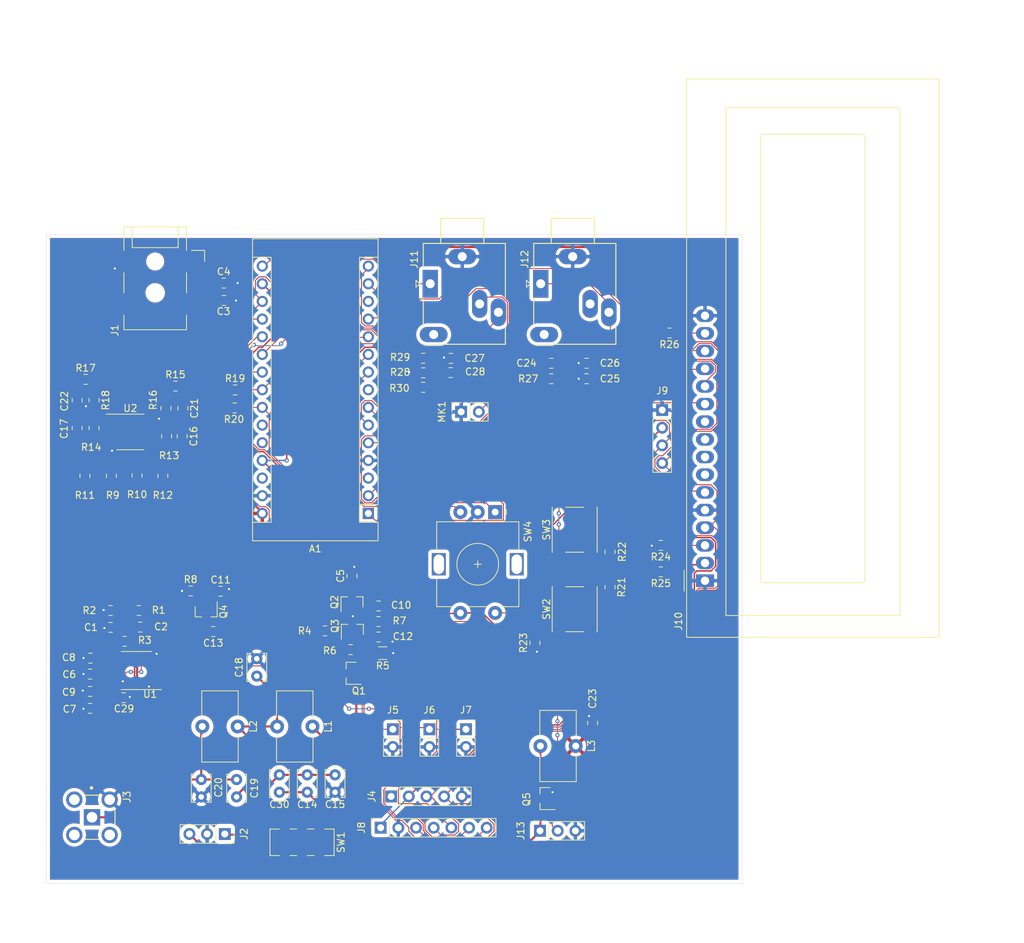
<source format=kicad_pcb>
(kicad_pcb (version 20171130) (host pcbnew 5.1.6+dfsg1-1)
  (layers (0 F.Cu signal) (31 B.Cu signal) (34 B.Paste user) (35 F.Paste user) (36 B.SilkS user) (37 F.SilkS user) (38 B.Mask user) (39 F.Mask user) (44 Edge.Cuts user))
  (net 0 "")
  (net 1 DIT)
  (net 2 DAH)
  (net 3 +12V)
  (net 4 SIG_OUT)
  (net 5 GND)
  (net 6 KEY_OUT)
  (net 7 "Net-(A1-Pad28)")
  (net 8 SIDETONE)
  (net 9 +5V)
  (net 10 RX)
  (net 11 "Net-(A1-Pad26)")
  (net 12 ROT_B)
  (net 13 "Net-(A1-Pad25)")
  (net 14 ROT_A)
  (net 15 SCL_3V3)
  (net 16 FREQCNT)
  (net 17 LCD_RS)
  (net 18 LCD_EN)
  (net 19 BUTTONS)
  (net 20 LCD_D7)
  (net 21 DVM)
  (net 22 LCD_D6)
  (net 23 AUDIO2)
  (net 24 AUDIO1)
  (net 25 "Net-(A1-Pad3)")
  (net 26 AREF)
  (net 27 LCD_D4)
  (net 28 +3V3)
  (net 29 LCD_D5)
  (net 30 "Net-(C1-Pad1)")
  (net 31 "Net-(C2-Pad2)")
  (net 32 demodIN)
  (net 33 180deg)
  (net 34 90deg)
  (net 35 270deg)
  (net 36 0deg)
  (net 37 "Net-(C10-Pad2)")
  (net 38 GateDrive)
  (net 39 "Net-(C12-Pad1)")
  (net 40 "Net-(C13-Pad2)")
  (net 41 RF)
  (net 42 "Net-(C14-Pad2)")
  (net 43 "Net-(C15-Pad2)")
  (net 44 "Net-(C16-Pad2)")
  (net 45 "Net-(C16-Pad1)")
  (net 46 "Net-(C17-Pad2)")
  (net 47 "Net-(C17-Pad1)")
  (net 48 "Net-(C18-Pad1)")
  (net 49 "Net-(C19-Pad1)")
  (net 50 "Net-(C24-Pad2)")
  (net 51 "Net-(C25-Pad1)")
  (net 52 "Net-(J1-Pad3)")
  (net 53 "Net-(J2-Pad3)")
  (net 54 "Net-(J2-Pad1)")
  (net 55 "Net-(J3-Pad1)")
  (net 56 "Net-(J4-Pad1)")
  (net 57 CLK0)
  (net 58 CLK1)
  (net 59 CLK2)
  (net 60 "Net-(J10-Pad15)")
  (net 61 "Net-(J10-Pad10)")
  (net 62 "Net-(J10-Pad9)")
  (net 63 "Net-(J10-Pad8)")
  (net 64 "Net-(J10-Pad7)")
  (net 65 "Net-(J10-Pad3)")
  (net 66 "Net-(J11-PadRN)")
  (net 67 "Net-(J11-PadTN)")
  (net 68 "Net-(J12-PadRN)")
  (net 69 "Net-(J12-PadTN)")
  (net 70 "Net-(Q1-Pad3)")
  (net 71 "Net-(Q1-Pad2)")
  (net 72 "Net-(R10-Pad2)")
  (net 73 "Net-(R11-Pad2)")
  (net 74 "Net-(R21-Pad2)")
  (net 75 "Net-(R22-Pad2)")
  (net 76 "Net-(U1-Pad7)")
  (net 77 "Net-(U1-Pad6)")
  (net 78 "Net-(U1-Pad5)")
  (net 79 "Net-(U1-Pad4)")
  (net 80 "Net-(U1-Pad3)")
  (module uSDX-x:SW_DPDT-6_3.5x9.1x2.5P (layer F.Cu) (at 126.1 140.8)
    (fp_text reference SW1 (at 5.6 0 90) (layer F.SilkS))
    (fp_text value SW_DPDT_x2)
    (pad 3 smd rect (at 2.5 -2.825) (size 1 1.95) (layers F.Cu F.Paste F.Mask) (net 54 "Net-(J2-Pad1)"))
    (pad 2 smd rect (at 0 -2.825) (size 1 1.95) (layers F.Cu F.Paste F.Mask) (net 41 RF))
    (pad 1 smd rect (at -2.5 -2.825) (size 1 1.95) (layers F.Cu F.Paste F.Mask) (net 42 "Net-(C14-Pad2)"))
    (pad 6 smd rect (at 2.5 2.825) (size 1 1.95) (layers F.Cu F.Paste F.Mask) (net 53 "Net-(J2-Pad3)"))
    (pad 5 smd rect (at 0 2.825) (size 1 1.95) (layers F.Cu F.Paste F.Mask) (net 55 "Net-(J3-Pad1)"))
    (pad 4 smd rect (at -2.5 2.825) (size 1 1.95) (layers F.Cu F.Paste F.Mask) (net 49 "Net-(C19-Pad1)"))
  )
  (module Resistor_SMD:R_1206_3216Metric_Pad1.42x1.75mm_HandSolder (layer F.Cu) (at 137.7 113.6 180)
    (fp_text reference R5 (at 0 -1.82) (layer F.SilkS))
    (fp_text value 22R)
    (pad 2 smd roundrect (at 1.4875 0 180) (size 1.425 1.75) (layers F.Cu F.Paste F.Mask) (roundrect_rratio 0.175439) (net 71 "Net-(Q1-Pad2)"))
    (pad 1 smd roundrect (at -1.4875 0 180) (size 1.425 1.75) (layers F.Cu F.Paste F.Mask) (roundrect_rratio 0.175439) (net 5 GND))
  )
  (module Package_SO:SOIC-8_3.9x4.9mm_P1.27mm (layer F.Cu) (at 101.4336 81.8)
    (fp_text reference U2 (at 0 -3.4) (layer F.SilkS))
    (fp_text value NE5532DR)
    (pad 8 smd roundrect (at 2.475 -1.905) (size 1.95 0.6) (layers F.Cu F.Paste F.Mask) (net 3 +12V))
    (pad 7 smd roundrect (at 2.475 -0.635) (size 1.95 0.6) (layers F.Cu F.Paste F.Mask) (net 45 "Net-(C16-Pad1)"))
    (pad 6 smd roundrect (at 2.475 0.635) (size 1.95 0.6) (layers F.Cu F.Paste F.Mask) (net 44 "Net-(C16-Pad2)"))
    (pad 5 smd roundrect (at 2.475 1.905) (size 1.95 0.6) (layers F.Cu F.Paste F.Mask) (net 72 "Net-(R10-Pad2)"))
    (pad 4 smd roundrect (at -2.475 1.905) (size 1.95 0.6) (layers F.Cu F.Paste F.Mask) (net 5 GND))
    (pad 3 smd roundrect (at -2.475 0.635) (size 1.95 0.6) (layers F.Cu F.Paste F.Mask) (net 73 "Net-(R11-Pad2)"))
    (pad 2 smd roundrect (at -2.475 -0.635) (size 1.95 0.6) (layers F.Cu F.Paste F.Mask) (net 46 "Net-(C17-Pad2)"))
    (pad 1 smd roundrect (at -2.475 -1.905) (size 1.95 0.6) (layers F.Cu F.Paste F.Mask) (net 47 "Net-(C17-Pad1)"))
  )
  (module uSDX-x:BarrelJack_XKB_DC-005-5A-2.0-SMT_Horizontal (layer F.Cu) (at 105 59.7 270)
    (fp_text reference J1 (at 7.5 5.8 270) (layer F.SilkS))
    (fp_text value "DC Jack")
    (pad 2 smd rect (at -2.4 4.5) (size 2.4 2.8) (drill (offset -1.2 0)) (layers F.Cu F.Paste F.Mask) (net 5 GND))
    (pad 3 smd rect (at 3.7 4.5) (size 2.4 2.8) (drill (offset -1.2 0)) (layers F.Cu F.Paste F.Mask) (net 52 "Net-(J1-Pad3)"))
    (pad 1 smd rect (at 3.7 -4.5) (size 2.4 2.8) (drill (offset 1.2 0)) (layers F.Cu F.Paste F.Mask) (net 3 +12V))
    (pad 1 smd rect (at -2.4 -4.5) (size 2.4 2.8) (drill (offset 1.2 0)) (layers F.Cu F.Paste F.Mask) (net 3 +12V))
    (pad "" np_thru_hole circle (at 2.1 0) (size 1.8 1.8) (drill 1.8) (layers *.Cu *.Mask))
    (pad "" np_thru_hole circle (at -2.4 0) (size 1.6 1.6) (drill 1.6) (layers *.Cu *.Mask))
  )
  (module eec:Molex-73100-0114-0-0-0 (layer F.Cu) (at 91.7 137.2 270)
    (fp_text reference J3 (at -3.9 -9.25 90) (layer F.SilkS) (effects (justify right)))
    (fp_text value Antenna)
    (pad 1 thru_hole rect (at 0 -4.22 270) (size 2.34 2.34) (drill 1.54) (layers *.Cu *.Mask) (net 55 "Net-(J3-Pad1)"))
    (pad 2 thru_hole circle (at -2.54 -6.76 270) (size 2.34 2.34) (drill 1.54) (layers *.Cu *.Mask) (net 5 GND))
    (pad 4 thru_hole circle (at -2.54 -1.68 270) (size 2.34 2.34) (drill 1.54) (layers *.Cu *.Mask))
    (pad 3 thru_hole circle (at 2.54 -6.76 270) (size 2.34 2.34) (drill 1.54) (layers *.Cu *.Mask))
    (pad 5 thru_hole circle (at 2.54 -1.68 270) (size 2.34 2.34) (drill 1.54) (layers *.Cu *.Mask))
  )
  (module uSDX-x:WC1602A (layer F.Cu) (at 184.005 103.19 90)
    (fp_text reference J10 (at -5.82 -3.81 90) (layer F.SilkS))
    (fp_text value 1602LCD)
    (pad 16 thru_hole oval (at 38.1 0 90) (size 1.8 2.6) (drill 1.2) (layers *.Cu *.Mask) (net 5 GND))
    (pad 15 thru_hole oval (at 35.56 0 90) (size 1.8 2.6) (drill 1.2) (layers *.Cu *.Mask) (net 60 "Net-(J10-Pad15)"))
    (pad 14 thru_hole oval (at 33.02 0 90) (size 1.8 2.6) (drill 1.2) (layers *.Cu *.Mask) (net 20 LCD_D7))
    (pad 13 thru_hole oval (at 30.48 0 90) (size 1.8 2.6) (drill 1.2) (layers *.Cu *.Mask) (net 22 LCD_D6))
    (pad 12 thru_hole oval (at 27.94 0 90) (size 1.8 2.6) (drill 1.2) (layers *.Cu *.Mask) (net 29 LCD_D5))
    (pad 11 thru_hole oval (at 25.4 0 90) (size 1.8 2.6) (drill 1.2) (layers *.Cu *.Mask) (net 27 LCD_D4))
    (pad 10 thru_hole oval (at 22.86 0 90) (size 1.8 2.6) (drill 1.2) (layers *.Cu *.Mask) (net 61 "Net-(J10-Pad10)"))
    (pad 9 thru_hole oval (at 20.32 0 90) (size 1.8 2.6) (drill 1.2) (layers *.Cu *.Mask) (net 62 "Net-(J10-Pad9)"))
    (pad 8 thru_hole oval (at 17.78 0 90) (size 1.8 2.6) (drill 1.2) (layers *.Cu *.Mask) (net 63 "Net-(J10-Pad8)"))
    (pad 7 thru_hole oval (at 15.24 0 90) (size 1.8 2.6) (drill 1.2) (layers *.Cu *.Mask) (net 64 "Net-(J10-Pad7)"))
    (pad 6 thru_hole oval (at 12.7 0 90) (size 1.8 2.6) (drill 1.2) (layers *.Cu *.Mask) (net 18 LCD_EN))
    (pad 5 thru_hole oval (at 10.16 0 90) (size 1.8 2.6) (drill 1.2) (layers *.Cu *.Mask) (net 5 GND))
    (pad 4 thru_hole oval (at 7.62 0 90) (size 1.8 2.6) (drill 1.2) (layers *.Cu *.Mask) (net 17 LCD_RS))
    (pad 3 thru_hole oval (at 5.08 0 90) (size 1.8 2.6) (drill 1.2) (layers *.Cu *.Mask) (net 65 "Net-(J10-Pad3)"))
    (pad 2 thru_hole oval (at 2.54 0 90) (size 1.8 2.6) (drill 1.2) (layers *.Cu *.Mask) (net 9 +5V))
    (pad 1 thru_hole rect (at 0 0 90) (size 1.8 2.6) (drill 1.2) (layers *.Cu *.Mask) (net 5 GND))
  )
  (module Rotary_Encoder:RotaryEncoder_Alps_EC11E-Switch_Vertical_H20mm (layer F.Cu) (at 153.85 93.32 270)
    (fp_text reference SW4 (at 2.8 -4.7 90) (layer F.SilkS))
    (fp_text value "Rotary Encoder")
    (pad S1 thru_hole circle (at 14.5 5 270) (size 2 2) (drill 1) (layers *.Cu *.Mask) (net 9 +5V))
    (pad S2 thru_hole circle (at 14.5 0 270) (size 2 2) (drill 1) (layers *.Cu *.Mask) (net 19 BUTTONS))
    (pad MP thru_hole rect (at 7.5 8.1 270) (size 3.2 2) (drill oval 2.8 1.5) (layers *.Cu *.Mask))
    (pad MP thru_hole rect (at 7.5 -3.1 270) (size 3.2 2) (drill oval 2.8 1.5) (layers *.Cu *.Mask))
    (pad B thru_hole circle (at 0 5 270) (size 2 2) (drill 1) (layers *.Cu *.Mask) (net 12 ROT_B))
    (pad C thru_hole circle (at 0 2.5 270) (size 2 2) (drill 1) (layers *.Cu *.Mask) (net 5 GND))
    (pad A thru_hole rect (at 0 0 270) (size 2 2) (drill 1) (layers *.Cu *.Mask) (net 14 ROT_A))
  )
  (module Connector_PinSocket_2.54mm:PinSocket_1x04_P2.54mm_Vertical (layer F.Cu) (at 177.85 78.65)
    (fp_text reference J9 (at 0 -2.77) (layer F.SilkS))
    (fp_text value "SSD1306 OLED and I2C out")
    (pad 4 thru_hole oval (at 0 7.62) (size 1.7 1.7) (drill 1) (layers *.Cu *.Mask) (net 17 LCD_RS))
    (pad 3 thru_hole oval (at 0 5.08) (size 1.7 1.7) (drill 1) (layers *.Cu *.Mask) (net 15 SCL_3V3))
    (pad 2 thru_hole oval (at 0 2.54) (size 1.7 1.7) (drill 1) (layers *.Cu *.Mask) (net 28 +3V3))
    (pad 1 thru_hole rect (at 0 0) (size 1.7 1.7) (drill 1) (layers *.Cu *.Mask) (net 5 GND))
  )
  (module Package_SO:TSSOP-16_4.4x5mm_P0.65mm (layer F.Cu) (at 102.2976 116.1036 180)
    (fp_text reference U1 (at -1.9812 -3.4036) (layer F.SilkS))
    (fp_text value SN74CBT3253PWR)
    (pad 16 smd roundrect (at 2.8625 -2.275 180) (size 1.475 0.4) (layers F.Cu F.Paste F.Mask) (net 9 +5V))
    (pad 15 smd roundrect (at 2.8625 -1.625 180) (size 1.475 0.4) (layers F.Cu F.Paste F.Mask) (net 5 GND))
    (pad 14 smd roundrect (at 2.8625 -0.975 180) (size 1.475 0.4) (layers F.Cu F.Paste F.Mask) (net 57 CLK0))
    (pad 13 smd roundrect (at 2.8625 -0.325 180) (size 1.475 0.4) (layers F.Cu F.Paste F.Mask) (net 34 90deg))
    (pad 12 smd roundrect (at 2.8625 0.325 180) (size 1.475 0.4) (layers F.Cu F.Paste F.Mask) (net 36 0deg))
    (pad 11 smd roundrect (at 2.8625 0.975 180) (size 1.475 0.4) (layers F.Cu F.Paste F.Mask) (net 33 180deg))
    (pad 10 smd roundrect (at 2.8625 1.625 180) (size 1.475 0.4) (layers F.Cu F.Paste F.Mask) (net 35 270deg))
    (pad 9 smd roundrect (at 2.8625 2.275 180) (size 1.475 0.4) (layers F.Cu F.Paste F.Mask) (net 31 "Net-(C2-Pad2)"))
    (pad 8 smd roundrect (at -2.8625 2.275 180) (size 1.475 0.4) (layers F.Cu F.Paste F.Mask) (net 5 GND))
    (pad 7 smd roundrect (at -2.8625 1.625 180) (size 1.475 0.4) (layers F.Cu F.Paste F.Mask) (net 76 "Net-(U1-Pad7)"))
    (pad 6 smd roundrect (at -2.8625 0.975 180) (size 1.475 0.4) (layers F.Cu F.Paste F.Mask) (net 77 "Net-(U1-Pad6)"))
    (pad 5 smd roundrect (at -2.8625 0.325 180) (size 1.475 0.4) (layers F.Cu F.Paste F.Mask) (net 78 "Net-(U1-Pad5)"))
    (pad 4 smd roundrect (at -2.8625 -0.325 180) (size 1.475 0.4) (layers F.Cu F.Paste F.Mask) (net 79 "Net-(U1-Pad4)"))
    (pad 3 smd roundrect (at -2.8625 -0.975 180) (size 1.475 0.4) (layers F.Cu F.Paste F.Mask) (net 80 "Net-(U1-Pad3)"))
    (pad 2 smd roundrect (at -2.8625 -1.625 180) (size 1.475 0.4) (layers F.Cu F.Paste F.Mask) (net 58 CLK1))
    (pad 1 smd roundrect (at -2.8625 -2.275 180) (size 1.475 0.4) (layers F.Cu F.Paste F.Mask) (net 5 GND))
  )
  (module Button_Switch_SMD:SW_Push_1P1T_NO_6x6mm_H9.5mm (layer F.Cu) (at 165.28 95.86 90)
    (fp_text reference SW3 (at 0 -4.05 90) (layer F.SilkS))
    (fp_text value R)
    (pad 2 smd rect (at 3.975 2.25 90) (size 1.55 1.3) (layers F.Cu F.Paste F.Mask) (net 75 "Net-(R22-Pad2)"))
    (pad 1 smd rect (at 3.975 -2.25 90) (size 1.55 1.3) (layers F.Cu F.Paste F.Mask) (net 19 BUTTONS))
    (pad 1 smd rect (at -3.975 -2.25 90) (size 1.55 1.3) (layers F.Cu F.Paste F.Mask) (net 19 BUTTONS))
    (pad 2 smd rect (at -3.975 2.25 90) (size 1.55 1.3) (layers F.Cu F.Paste F.Mask) (net 75 "Net-(R22-Pad2)"))
  )
  (module Button_Switch_SMD:SW_Push_1P1T_NO_6x6mm_H9.5mm (layer F.Cu) (at 165.28 107.29 90)
    (fp_text reference SW2 (at 0 -4.05 90) (layer F.SilkS))
    (fp_text value L)
    (pad 2 smd rect (at 3.975 2.25 90) (size 1.55 1.3) (layers F.Cu F.Paste F.Mask) (net 74 "Net-(R21-Pad2)"))
    (pad 1 smd rect (at 3.975 -2.25 90) (size 1.55 1.3) (layers F.Cu F.Paste F.Mask) (net 19 BUTTONS))
    (pad 1 smd rect (at -3.975 -2.25 90) (size 1.55 1.3) (layers F.Cu F.Paste F.Mask) (net 19 BUTTONS))
    (pad 2 smd rect (at -3.975 2.25 90) (size 1.55 1.3) (layers F.Cu F.Paste F.Mask) (net 74 "Net-(R21-Pad2)"))
  )
  (module Resistor_SMD:R_0805_2012Metric_Pad1.15x1.40mm_HandSolder (layer F.Cu) (at 143.5 75.3826 180)
    (fp_text reference R30 (at 3.4036 -0.127) (layer F.SilkS))
    (fp_text value 10k)
    (pad 2 smd roundrect (at 1.025 0 180) (size 1.15 1.4) (layers F.Cu F.Paste F.Mask) (roundrect_rratio 0.217391) (net 9 +5V))
    (pad 1 smd roundrect (at -1.025 0 180) (size 1.15 1.4) (layers F.Cu F.Paste F.Mask) (roundrect_rratio 0.217391) (net 2 DAH))
  )
  (module Resistor_SMD:R_0805_2012Metric_Pad1.15x1.40mm_HandSolder (layer F.Cu) (at 143.525 73.3)
    (fp_text reference R29 (at -3.3274 -2.2352) (layer F.SilkS))
    (fp_text value 10k)
    (pad 2 smd roundrect (at 1.025 0) (size 1.15 1.4) (layers F.Cu F.Paste F.Mask) (roundrect_rratio 0.217391) (net 21 DVM))
    (pad 1 smd roundrect (at -1.025 0) (size 1.15 1.4) (layers F.Cu F.Paste F.Mask) (roundrect_rratio 0.217391) (net 5 GND))
  )
  (module Resistor_SMD:R_0805_2012Metric_Pad1.15x1.40mm_HandSolder (layer F.Cu) (at 143.5 71.2 180)
    (fp_text reference R28 (at 3.302 -2.0066) (layer F.SilkS))
    (fp_text value 10k)
    (pad 2 smd roundrect (at 1.025 0 180) (size 1.15 1.4) (layers F.Cu F.Paste F.Mask) (roundrect_rratio 0.217391) (net 26 AREF))
    (pad 1 smd roundrect (at -1.025 0 180) (size 1.15 1.4) (layers F.Cu F.Paste F.Mask) (roundrect_rratio 0.217391) (net 21 DVM))
  )
  (module Resistor_SMD:R_0805_2012Metric_Pad1.15x1.40mm_HandSolder (layer F.Cu) (at 161.91 74.15 180)
    (fp_text reference R27 (at 3.31 0) (layer F.SilkS))
    (fp_text value 270R)
    (pad 2 smd roundrect (at 1.025 0 180) (size 1.15 1.4) (layers F.Cu F.Paste F.Mask) (roundrect_rratio 0.217391) (net 50 "Net-(C24-Pad2)"))
    (pad 1 smd roundrect (at -1.025 0 180) (size 1.15 1.4) (layers F.Cu F.Paste F.Mask) (roundrect_rratio 0.217391) (net 51 "Net-(C25-Pad1)"))
  )
  (module Resistor_SMD:R_0805_2012Metric_Pad1.15x1.40mm_HandSolder (layer F.Cu) (at 178.8996 67.5792 180)
    (fp_text reference R26 (at 0 -1.65) (layer F.SilkS))
    (fp_text value 1k)
    (pad 2 smd roundrect (at 1.025 0 180) (size 1.15 1.4) (layers F.Cu F.Paste F.Mask) (roundrect_rratio 0.217391) (net 3 +12V))
    (pad 1 smd roundrect (at -1.025 0 180) (size 1.15 1.4) (layers F.Cu F.Paste F.Mask) (roundrect_rratio 0.217391) (net 60 "Net-(J10-Pad15)"))
  )
  (module Resistor_SMD:R_0805_2012Metric_Pad1.15x1.40mm_HandSolder (layer F.Cu) (at 177.655 101.92 180)
    (fp_text reference R25 (at 0 -1.65) (layer F.SilkS))
    (fp_text value 1k)
    (pad 2 smd roundrect (at 1.025 0 180) (size 1.15 1.4) (layers F.Cu F.Paste F.Mask) (roundrect_rratio 0.217391) (net 65 "Net-(J10-Pad3)"))
    (pad 1 smd roundrect (at -1.025 0 180) (size 1.15 1.4) (layers F.Cu F.Paste F.Mask) (roundrect_rratio 0.217391) (net 9 +5V))
  )
  (module Resistor_SMD:R_0805_2012Metric_Pad1.15x1.40mm_HandSolder (layer F.Cu) (at 177.655 98.11 180)
    (fp_text reference R24 (at 0 -1.65) (layer F.SilkS))
    (fp_text value 1k)
    (pad 2 smd roundrect (at 1.025 0 180) (size 1.15 1.4) (layers F.Cu F.Paste F.Mask) (roundrect_rratio 0.217391) (net 5 GND))
    (pad 1 smd roundrect (at -1.025 0 180) (size 1.15 1.4) (layers F.Cu F.Paste F.Mask) (roundrect_rratio 0.217391) (net 65 "Net-(J10-Pad3)"))
  )
  (module Resistor_SMD:R_0805_2012Metric_Pad1.15x1.40mm_HandSolder (layer F.Cu) (at 159.565 112.125 90)
    (fp_text reference R23 (at 0 -1.65 90) (layer F.SilkS))
    (fp_text value 10k)
    (pad 2 smd roundrect (at 1.025 0 90) (size 1.15 1.4) (layers F.Cu F.Paste F.Mask) (roundrect_rratio 0.217391) (net 19 BUTTONS))
    (pad 1 smd roundrect (at -1.025 0 90) (size 1.15 1.4) (layers F.Cu F.Paste F.Mask) (roundrect_rratio 0.217391) (net 5 GND))
  )
  (module Resistor_SMD:R_0805_2012Metric_Pad1.15x1.40mm_HandSolder (layer F.Cu) (at 170.36 99.035 90)
    (fp_text reference R22 (at 0 1.74 90) (layer F.SilkS))
    (fp_text value 1k)
    (pad 2 smd roundrect (at 1.025 0 90) (size 1.15 1.4) (layers F.Cu F.Paste F.Mask) (roundrect_rratio 0.217391) (net 75 "Net-(R22-Pad2)"))
    (pad 1 smd roundrect (at -1.025 0 90) (size 1.15 1.4) (layers F.Cu F.Paste F.Mask) (roundrect_rratio 0.217391) (net 9 +5V))
  )
  (module Resistor_SMD:R_0805_2012Metric_Pad1.15x1.40mm_HandSolder (layer F.Cu) (at 170.36 104.115 270)
    (fp_text reference R21 (at 0 -1.65 90) (layer F.SilkS))
    (fp_text value 3k3)
    (pad 2 smd roundrect (at 1.025 0 270) (size 1.15 1.4) (layers F.Cu F.Paste F.Mask) (roundrect_rratio 0.217391) (net 74 "Net-(R21-Pad2)"))
    (pad 1 smd roundrect (at -1.025 0 270) (size 1.15 1.4) (layers F.Cu F.Paste F.Mask) (roundrect_rratio 0.217391) (net 9 +5V))
  )
  (module Resistor_SMD:R_0805_2012Metric_Pad1.15x1.40mm_HandSolder (layer F.Cu) (at 116.4276 78.3512)
    (fp_text reference R20 (at -0.1016 1.6256) (layer F.SilkS))
    (fp_text value 1k)
    (pad 2 smd roundrect (at 1.025 0) (size 1.15 1.4) (layers F.Cu F.Paste F.Mask) (roundrect_rratio 0.217391) (net 15 SCL_3V3))
    (pad 1 smd roundrect (at -1.025 0) (size 1.15 1.4) (layers F.Cu F.Paste F.Mask) (roundrect_rratio 0.217391) (net 28 +3V3))
  )
  (module Resistor_SMD:R_0805_2012Metric_Pad1.15x1.40mm_HandSolder (layer F.Cu) (at 116.4784 75.7604)
    (fp_text reference R19 (at 0 -1.65) (layer F.SilkS))
    (fp_text value 1k)
    (pad 2 smd roundrect (at 1.025 0) (size 1.15 1.4) (layers F.Cu F.Paste F.Mask) (roundrect_rratio 0.217391) (net 17 LCD_RS))
    (pad 1 smd roundrect (at -1.025 0) (size 1.15 1.4) (layers F.Cu F.Paste F.Mask) (roundrect_rratio 0.217391) (net 28 +3V3))
  )
  (module Resistor_SMD:R_0805_2012Metric_Pad1.15x1.40mm_HandSolder (layer F.Cu) (at 96.2248 77.2442 270)
    (fp_text reference R18 (at 0 -1.65 90) (layer F.SilkS))
    (fp_text value 10k)
    (pad 2 smd roundrect (at 1.025 0 270) (size 1.15 1.4) (layers F.Cu F.Paste F.Mask) (roundrect_rratio 0.217391) (net 5 GND))
    (pad 1 smd roundrect (at -1.025 0 270) (size 1.15 1.4) (layers F.Cu F.Paste F.Mask) (roundrect_rratio 0.217391) (net 23 AUDIO2))
  )
  (module Resistor_SMD:R_0805_2012Metric_Pad1.15x1.40mm_HandSolder (layer F.Cu) (at 95.0056 74.238 180)
    (fp_text reference R17 (at 0.009 1.6256) (layer F.SilkS))
    (fp_text value 10k)
    (pad 2 smd roundrect (at 1.025 0 180) (size 1.15 1.4) (layers F.Cu F.Paste F.Mask) (roundrect_rratio 0.217391) (net 23 AUDIO2))
    (pad 1 smd roundrect (at -1.025 0 180) (size 1.15 1.4) (layers F.Cu F.Paste F.Mask) (roundrect_rratio 0.217391) (net 26 AREF))
  )
  (module Resistor_SMD:R_0805_2012Metric_Pad1.15x1.40mm_HandSolder (layer F.Cu) (at 106.5424 78.4068 270)
    (fp_text reference R16 (at -1.2068 1.8424 90) (layer F.SilkS))
    (fp_text value 10k)
    (pad 2 smd roundrect (at 1.025 0 270) (size 1.15 1.4) (layers F.Cu F.Paste F.Mask) (roundrect_rratio 0.217391) (net 5 GND))
    (pad 1 smd roundrect (at -1.025 0 270) (size 1.15 1.4) (layers F.Cu F.Paste F.Mask) (roundrect_rratio 0.217391) (net 24 AUDIO1))
  )
  (module Resistor_SMD:R_0805_2012Metric_Pad1.15x1.40mm_HandSolder (layer F.Cu) (at 107.905 75.2064)
    (fp_text reference R15 (at 0 -1.65) (layer F.SilkS))
    (fp_text value 10k)
    (pad 2 smd roundrect (at 1.025 0) (size 1.15 1.4) (layers F.Cu F.Paste F.Mask) (roundrect_rratio 0.217391) (net 24 AUDIO1))
    (pad 1 smd roundrect (at -1.025 0) (size 1.15 1.4) (layers F.Cu F.Paste F.Mask) (roundrect_rratio 0.217391) (net 26 AREF))
  )
  (module Resistor_SMD:R_0805_2012Metric_Pad1.15x1.40mm_HandSolder (layer F.Cu) (at 96.2248 81.2484 90)
    (fp_text reference R14 (at -2.7516 -0.4248 180) (layer F.SilkS))
    (fp_text value 82k)
    (pad 2 smd roundrect (at 1.025 0 90) (size 1.15 1.4) (layers F.Cu F.Paste F.Mask) (roundrect_rratio 0.217391) (net 47 "Net-(C17-Pad1)"))
    (pad 1 smd roundrect (at -1.025 0 90) (size 1.15 1.4) (layers F.Cu F.Paste F.Mask) (roundrect_rratio 0.217391) (net 46 "Net-(C17-Pad2)"))
  )
  (module Resistor_SMD:R_0805_2012Metric_Pad1.15x1.40mm_HandSolder (layer F.Cu) (at 106.644 82.42 90)
    (fp_text reference R13 (at -2.78 0.356 180) (layer F.SilkS))
    (fp_text value 82k)
    (pad 2 smd roundrect (at 1.025 0 90) (size 1.15 1.4) (layers F.Cu F.Paste F.Mask) (roundrect_rratio 0.217391) (net 45 "Net-(C16-Pad1)"))
    (pad 1 smd roundrect (at -1.025 0 90) (size 1.15 1.4) (layers F.Cu F.Paste F.Mask) (roundrect_rratio 0.217391) (net 44 "Net-(C16-Pad2)"))
  )
  (module Resistor_SMD:R_0805_2012Metric_Pad1.15x1.40mm_HandSolder (layer F.Cu) (at 106.1 88.1 90)
    (fp_text reference R12 (at -2.8 0 180) (layer F.SilkS))
    (fp_text value 100R)
    (pad 2 smd roundrect (at 1.025 0 90) (size 1.15 1.4) (layers F.Cu F.Paste F.Mask) (roundrect_rratio 0.217391) (net 46 "Net-(C17-Pad2)"))
    (pad 1 smd roundrect (at -1.025 0 90) (size 1.15 1.4) (layers F.Cu F.Paste F.Mask) (roundrect_rratio 0.217391) (net 35 270deg))
  )
  (module Resistor_SMD:R_0805_2012Metric_Pad1.15x1.40mm_HandSolder (layer F.Cu) (at 94.9 88.1 90)
    (fp_text reference R11 (at -2.8 0 180) (layer F.SilkS))
    (fp_text value 100R)
    (pad 2 smd roundrect (at 1.025 0 90) (size 1.15 1.4) (layers F.Cu F.Paste F.Mask) (roundrect_rratio 0.217391) (net 73 "Net-(R11-Pad2)"))
    (pad 1 smd roundrect (at -1.025 0 90) (size 1.15 1.4) (layers F.Cu F.Paste F.Mask) (roundrect_rratio 0.217391) (net 34 90deg))
  )
  (module Resistor_SMD:R_0805_2012Metric_Pad1.15x1.40mm_HandSolder (layer F.Cu) (at 102.4 88.05 90)
    (fp_text reference R10 (at -2.75 0 180) (layer F.SilkS))
    (fp_text value 100R)
    (pad 2 smd roundrect (at 1.025 0 90) (size 1.15 1.4) (layers F.Cu F.Paste F.Mask) (roundrect_rratio 0.217391) (net 72 "Net-(R10-Pad2)"))
    (pad 1 smd roundrect (at -1.025 0 90) (size 1.15 1.4) (layers F.Cu F.Paste F.Mask) (roundrect_rratio 0.217391) (net 33 180deg))
  )
  (module Resistor_SMD:R_0805_2012Metric_Pad1.15x1.40mm_HandSolder (layer F.Cu) (at 98.7 88.1 90)
    (fp_text reference R9 (at -2.8 0.2 180) (layer F.SilkS))
    (fp_text value 100R)
    (pad 2 smd roundrect (at 1.025 0 90) (size 1.15 1.4) (layers F.Cu F.Paste F.Mask) (roundrect_rratio 0.217391) (net 44 "Net-(C16-Pad2)"))
    (pad 1 smd roundrect (at -1.025 0 90) (size 1.15 1.4) (layers F.Cu F.Paste F.Mask) (roundrect_rratio 0.217391) (net 36 0deg))
  )
  (module Resistor_SMD:R_0805_2012Metric_Pad1.15x1.40mm_HandSolder (layer F.Cu) (at 110.0908 104.6584)
    (fp_text reference R8 (at 0 -1.65) (layer F.SilkS))
    (fp_text value 1k)
    (pad 2 smd roundrect (at 1.025 0) (size 1.15 1.4) (layers F.Cu F.Paste F.Mask) (roundrect_rratio 0.217391) (net 32 demodIN))
    (pad 1 smd roundrect (at -1.025 0) (size 1.15 1.4) (layers F.Cu F.Paste F.Mask) (roundrect_rratio 0.217391) (net 5 GND))
  )
  (module Resistor_SMD:R_0805_2012Metric_Pad1.15x1.40mm_HandSolder (layer F.Cu) (at 137.0934 109.0556)
    (fp_text reference R7 (at 3.0066 -0.1056) (layer F.SilkS))
    (fp_text value 10k)
    (pad 2 smd roundrect (at 1.025 0) (size 1.15 1.4) (layers F.Cu F.Paste F.Mask) (roundrect_rratio 0.217391) (net 38 GateDrive))
    (pad 1 smd roundrect (at -1.025 0) (size 1.15 1.4) (layers F.Cu F.Paste F.Mask) (roundrect_rratio 0.217391) (net 39 "Net-(C12-Pad1)"))
  )
  (module Resistor_SMD:R_0805_2012Metric_Pad1.15x1.40mm_HandSolder (layer F.Cu) (at 133.1 113.1 180)
    (fp_text reference R6 (at 3.0066 -0.1416) (layer F.SilkS))
    (fp_text value 10k)
    (pad 2 smd roundrect (at 1.025 0 180) (size 1.15 1.4) (layers F.Cu F.Paste F.Mask) (roundrect_rratio 0.217391) (net 4 SIG_OUT))
    (pad 1 smd roundrect (at -1.025 0 180) (size 1.15 1.4) (layers F.Cu F.Paste F.Mask) (roundrect_rratio 0.217391) (net 39 "Net-(C12-Pad1)"))
  )
  (module Resistor_SMD:R_0805_2012Metric_Pad1.15x1.40mm_HandSolder (layer F.Cu) (at 129.4 110.4 180)
    (fp_text reference R4 (at 2.9202 0.0092) (layer F.SilkS))
    (fp_text value 47R)
    (pad 2 smd roundrect (at 1.025 0 180) (size 1.15 1.4) (layers F.Cu F.Paste F.Mask) (roundrect_rratio 0.217391) (net 3 +12V))
    (pad 1 smd roundrect (at -1.025 0 180) (size 1.15 1.4) (layers F.Cu F.Paste F.Mask) (roundrect_rratio 0.217391) (net 70 "Net-(Q1-Pad3)"))
  )
  (module Resistor_SMD:R_0805_2012Metric_Pad1.15x1.40mm_HandSolder (layer F.Cu) (at 100.6 111.9)
    (fp_text reference R3 (at 2.9046 -0.1524) (layer F.SilkS))
    (fp_text value 1k)
    (pad 2 smd roundrect (at 1.025 0) (size 1.15 1.4) (layers F.Cu F.Paste F.Mask) (roundrect_rratio 0.217391) (net 31 "Net-(C2-Pad2)"))
    (pad 1 smd roundrect (at -1.025 0) (size 1.15 1.4) (layers F.Cu F.Paste F.Mask) (roundrect_rratio 0.217391) (net 30 "Net-(C1-Pad1)"))
  )
  (module Resistor_SMD:R_0805_2012Metric_Pad1.15x1.40mm_HandSolder (layer F.Cu) (at 98.5892 107.4676 180)
    (fp_text reference R2 (at 3.048 0) (layer F.SilkS))
    (fp_text value 10k)
    (pad 2 smd roundrect (at 1.025 0 180) (size 1.15 1.4) (layers F.Cu F.Paste F.Mask) (roundrect_rratio 0.217391) (net 5 GND))
    (pad 1 smd roundrect (at -1.025 0 180) (size 1.15 1.4) (layers F.Cu F.Paste F.Mask) (roundrect_rratio 0.217391) (net 30 "Net-(C1-Pad1)"))
  )
  (module Resistor_SMD:R_0805_2012Metric_Pad1.15x1.40mm_HandSolder (layer F.Cu) (at 102.6532 107.4676 180)
    (fp_text reference R1 (at -2.8448 0.0508) (layer F.SilkS))
    (fp_text value 10k)
    (pad 2 smd roundrect (at 1.025 0 180) (size 1.15 1.4) (layers F.Cu F.Paste F.Mask) (roundrect_rratio 0.217391) (net 30 "Net-(C1-Pad1)"))
    (pad 1 smd roundrect (at -1.025 0 180) (size 1.15 1.4) (layers F.Cu F.Paste F.Mask) (roundrect_rratio 0.217391) (net 9 +5V))
  )
  (module Package_TO_SOT_SMD:SOT-23 (layer F.Cu) (at 161.0576 134.5192 180)
    (fp_text reference Q5 (at 2.6924 -0.1016 270) (layer F.SilkS))
    (fp_text value IRLML2060)
    (pad 3 smd rect (at 1 0 180) (size 0.9 0.8) (layers F.Cu F.Paste F.Mask) (net 41 RF))
    (pad 2 smd rect (at -1 0.95 180) (size 0.9 0.8) (layers F.Cu F.Paste F.Mask) (net 5 GND))
    (pad 1 smd rect (at -1 -0.95 180) (size 0.9 0.8) (layers F.Cu F.Paste F.Mask) (net 38 GateDrive))
  )
  (module Package_TO_SOT_SMD:SOT-23 (layer F.Cu) (at 112.326 107.6302 270)
    (fp_text reference Q4 (at 0 -2.5 90) (layer F.SilkS))
    (fp_text value 2N7002)
    (pad 3 smd rect (at 1 0 270) (size 0.9 0.8) (layers F.Cu F.Paste F.Mask) (net 40 "Net-(C13-Pad2)"))
    (pad 2 smd rect (at -1 0.95 270) (size 0.9 0.8) (layers F.Cu F.Paste F.Mask) (net 32 demodIN))
    (pad 1 smd rect (at -1 -0.95 270) (size 0.9 0.8) (layers F.Cu F.Paste F.Mask) (net 10 RX))
  )
  (module Package_TO_SOT_SMD:SOT-23 (layer F.Cu) (at 133.3252 110.224 90)
    (fp_text reference Q3 (at 0.524 -2.4752 90) (layer F.SilkS))
    (fp_text value S9012)
    (pad 3 smd rect (at 1 0 90) (size 0.9 0.8) (layers F.Cu F.Paste F.Mask) (net 5 GND))
    (pad 2 smd rect (at -1 0.95 90) (size 0.9 0.8) (layers F.Cu F.Paste F.Mask) (net 37 "Net-(C10-Pad2)"))
    (pad 1 smd rect (at -1 -0.95 90) (size 0.9 0.8) (layers F.Cu F.Paste F.Mask) (net 70 "Net-(Q1-Pad3)"))
  )
  (module Package_TO_SOT_SMD:SOT-23 (layer F.Cu) (at 133.2744 106.2616 90)
    (fp_text reference Q2 (at 0 -2.5 90) (layer F.SilkS))
    (fp_text value S9013)
    (pad 3 smd rect (at 1 0 90) (size 0.9 0.8) (layers F.Cu F.Paste F.Mask) (net 3 +12V))
    (pad 2 smd rect (at -1 0.95 90) (size 0.9 0.8) (layers F.Cu F.Paste F.Mask) (net 37 "Net-(C10-Pad2)"))
    (pad 1 smd rect (at -1 -0.95 90) (size 0.9 0.8) (layers F.Cu F.Paste F.Mask) (net 70 "Net-(Q1-Pad3)"))
  )
  (module Package_TO_SOT_SMD:SOT-23 (layer F.Cu) (at 133.2 116.5 180)
    (fp_text reference Q1 (at -1.0604 -2.526) (layer F.SilkS))
    (fp_text value S9013)
    (pad 3 smd rect (at 1 0 180) (size 0.9 0.8) (layers F.Cu F.Paste F.Mask) (net 70 "Net-(Q1-Pad3)"))
    (pad 2 smd rect (at -1 0.95 180) (size 0.9 0.8) (layers F.Cu F.Paste F.Mask) (net 71 "Net-(Q1-Pad2)"))
    (pad 1 smd rect (at -1 -0.95 180) (size 0.9 0.8) (layers F.Cu F.Paste F.Mask) (net 59 CLK2))
  )
  (module Connector_PinSocket_2.54mm:PinSocket_1x02_P2.54mm_Vertical (layer F.Cu) (at 148.965 78.91 90)
    (fp_text reference MK1 (at 0 -2.77 90) (layer F.SilkS))
    (fp_text value "Condenser Mic")
    (pad 2 thru_hole oval (at 0 2.54 90) (size 1.7 1.7) (drill 1) (layers *.Cu *.Mask) (net 66 "Net-(J11-PadRN)"))
    (pad 1 thru_hole rect (at 0 0 90) (size 1.7 1.7) (drill 1) (layers *.Cu *.Mask) (net 5 GND))
  )
  (module Inductor_THT:L_Toroid_Vertical_L10.0mm_W5.0mm_P5.08mm (layer F.Cu) (at 165.4264 126.95 270)
    (fp_text reference L3 (at 0 -2.25 90) (layer F.SilkS))
    (fp_text value 22T/FT37-43)
    (pad 2 thru_hole circle (at 0 5.08 270) (size 2 2) (drill 1) (layers *.Cu *.Mask) (net 41 RF))
    (pad 1 thru_hole circle (at 0 0 270) (size 2 2) (drill 1) (layers *.Cu *.Mask) (net 3 +12V))
  )
  (module Inductor_THT:L_Toroid_Vertical_L10.0mm_W5.0mm_P5.08mm (layer F.Cu) (at 116.85 124.1428 270)
    (fp_text reference L2 (at 0 -2.25 90) (layer F.SilkS))
    (fp_text value 8T/T37-6)
    (pad 2 thru_hole circle (at 0 5.08 270) (size 2 2) (drill 1) (layers *.Cu *.Mask) (net 49 "Net-(C19-Pad1)"))
    (pad 1 thru_hole circle (at 0 0 270) (size 2 2) (drill 1) (layers *.Cu *.Mask) (net 48 "Net-(C18-Pad1)"))
  )
  (module Inductor_THT:L_Toroid_Vertical_L10.0mm_W5.0mm_P5.08mm (layer F.Cu) (at 127.6 124.15 270)
    (fp_text reference L1 (at 0 -2.25 90) (layer F.SilkS))
    (fp_text value 12T/T37-6)
    (pad 2 thru_hole circle (at 0 5.08 270) (size 2 2) (drill 1) (layers *.Cu *.Mask) (net 48 "Net-(C18-Pad1)"))
    (pad 1 thru_hole circle (at 0 0 270) (size 2 2) (drill 1) (layers *.Cu *.Mask) (net 43 "Net-(C15-Pad2)"))
  )
  (module Connector_PinSocket_2.54mm:PinSocket_1x03_P2.54mm_Vertical (layer F.Cu) (at 160.2956 139.142 90)
    (fp_text reference J13 (at 0 -2.77 90) (layer F.SilkS))
    (fp_text value "PA MOSFETs")
    (pad 3 thru_hole oval (at 0 5.08 90) (size 1.7 1.7) (drill 1) (layers *.Cu *.Mask) (net 5 GND))
    (pad 2 thru_hole oval (at 0 2.54 90) (size 1.7 1.7) (drill 1) (layers *.Cu *.Mask) (net 38 GateDrive))
    (pad 1 thru_hole rect (at 0 0 90) (size 1.7 1.7) (drill 1) (layers *.Cu *.Mask) (net 41 RF))
  )
  (module Connector_Audio:Jack_3.5mm_Ledino_KB3SPRS_Horizontal (layer F.Cu) (at 160.395 60.495 270)
    (fp_text reference J12 (at -3.5 2.3 90) (layer F.SilkS))
    (fp_text value PJ-324M)
    (pad S thru_hole oval (at -3.9 -4.6 270) (size 2.2 4) (drill 1.3) (layers *.Cu *.Mask) (net 5 GND))
    (pad R thru_hole oval (at 4.1 -9.8 270) (size 4 2.2) (drill 1.3) (layers *.Cu *.Mask) (net 51 "Net-(C25-Pad1)"))
    (pad RN thru_hole oval (at 2.9 -7.1 270) (size 4 2.2) (drill 1.3) (layers *.Cu *.Mask) (net 68 "Net-(J12-PadRN)"))
    (pad TN thru_hole oval (at 7.3 -0.5) (size 4 2.2) (drill 1.3) (layers *.Cu *.Mask) (net 69 "Net-(J12-PadTN)"))
    (pad T thru_hole rect (at 0 0 270) (size 4 2.2) (drill 1.3) (layers *.Cu *.Mask) (net 51 "Net-(C25-Pad1)"))
  )
  (module Connector_Audio:Jack_3.5mm_Ledino_KB3SPRS_Horizontal (layer F.Cu) (at 144.52 60.495 270)
    (fp_text reference J11 (at -3.5 2.3 90) (layer F.SilkS))
    (fp_text value PJ-324M)
    (pad S thru_hole oval (at -3.9 -4.6 270) (size 2.2 4) (drill 1.3) (layers *.Cu *.Mask) (net 5 GND))
    (pad R thru_hole oval (at 4.1 -9.8 270) (size 4 2.2) (drill 1.3) (layers *.Cu *.Mask) (net 2 DAH))
    (pad RN thru_hole oval (at 2.9 -7.1 270) (size 4 2.2) (drill 1.3) (layers *.Cu *.Mask) (net 66 "Net-(J11-PadRN)"))
    (pad TN thru_hole oval (at 7.3 -0.5) (size 4 2.2) (drill 1.3) (layers *.Cu *.Mask) (net 67 "Net-(J11-PadTN)"))
    (pad T thru_hole rect (at 0 0 270) (size 4 2.2) (drill 1.3) (layers *.Cu *.Mask) (net 1 DIT))
  )
  (module Connector_PinSocket_2.54mm:PinSocket_1x07_P2.54mm_Vertical (layer F.Cu) (at 137.4 138.7 90)
    (fp_text reference J8 (at 0 -2.77 90) (layer F.SilkS))
    (fp_text value "Adafruit si5351")
    (pad 1 thru_hole rect (at 0 0 90) (size 1.7 1.7) (drill 1) (layers *.Cu *.Mask) (net 28 +3V3))
    (pad 2 thru_hole oval (at 0 2.54 90) (size 1.7 1.7) (drill 1) (layers *.Cu *.Mask) (net 5 GND))
    (pad 3 thru_hole oval (at 0 5.08 90) (size 1.7 1.7) (drill 1) (layers *.Cu *.Mask) (net 17 LCD_RS))
    (pad 4 thru_hole oval (at 0 7.62 90) (size 1.7 1.7) (drill 1) (layers *.Cu *.Mask) (net 15 SCL_3V3))
    (pad 5 thru_hole oval (at 0 10.16 90) (size 1.7 1.7) (drill 1) (layers *.Cu *.Mask) (net 59 CLK2))
    (pad 6 thru_hole oval (at 0 12.7 90) (size 1.7 1.7) (drill 1) (layers *.Cu *.Mask) (net 58 CLK1))
    (pad 7 thru_hole oval (at 0 15.24 90) (size 1.7 1.7) (drill 1) (layers *.Cu *.Mask) (net 57 CLK0))
  )
  (module Connector_PinSocket_2.54mm:PinSocket_1x02_P2.54mm_Vertical (layer F.Cu) (at 149.65 124.55)
    (fp_text reference J7 (at 0 -2.77) (layer F.SilkS))
    (fp_text value "EK CLK2")
    (pad 1 thru_hole rect (at 0 0) (size 1.7 1.7) (drill 1) (layers *.Cu *.Mask) (net 59 CLK2))
    (pad 2 thru_hole oval (at 0 2.54) (size 1.7 1.7) (drill 1) (layers *.Cu *.Mask) (net 5 GND))
  )
  (module Connector_PinSocket_2.54mm:PinSocket_1x02_P2.54mm_Vertical (layer F.Cu) (at 144.4 124.55)
    (fp_text reference J6 (at 0 -2.77) (layer F.SilkS))
    (fp_text value "EK CLK1")
    (pad 1 thru_hole rect (at 0 0) (size 1.7 1.7) (drill 1) (layers *.Cu *.Mask) (net 58 CLK1))
    (pad 2 thru_hole oval (at 0 2.54) (size 1.7 1.7) (drill 1) (layers *.Cu *.Mask) (net 5 GND))
  )
  (module Connector_PinSocket_2.54mm:PinSocket_1x02_P2.54mm_Vertical (layer F.Cu) (at 139.15 124.55)
    (fp_text reference J5 (at 0 -2.77) (layer F.SilkS))
    (fp_text value "EK CLK0")
    (pad 1 thru_hole rect (at 0 0) (size 1.7 1.7) (drill 1) (layers *.Cu *.Mask) (net 57 CLK0))
    (pad 2 thru_hole oval (at 0 2.54) (size 1.7 1.7) (drill 1) (layers *.Cu *.Mask) (net 5 GND))
  )
  (module Connector_PinSocket_2.54mm:PinSocket_1x05_P2.54mm_Vertical (layer F.Cu) (at 138.9 134.2 90)
    (fp_text reference J4 (at 0 -2.77 90) (layer F.SilkS))
    (fp_text value "Etherkit si5351")
    (pad 1 thru_hole rect (at 0 0 90) (size 1.7 1.7) (drill 1) (layers *.Cu *.Mask) (net 56 "Net-(J4-Pad1)"))
    (pad 2 thru_hole oval (at 0 2.54 90) (size 1.7 1.7) (drill 1) (layers *.Cu *.Mask) (net 28 +3V3))
    (pad 3 thru_hole oval (at 0 5.08 90) (size 1.7 1.7) (drill 1) (layers *.Cu *.Mask) (net 15 SCL_3V3))
    (pad 4 thru_hole oval (at 0 7.62 90) (size 1.7 1.7) (drill 1) (layers *.Cu *.Mask) (net 17 LCD_RS))
    (pad 5 thru_hole oval (at 0 10.16 90) (size 1.7 1.7) (drill 1) (layers *.Cu *.Mask) (net 5 GND))
  )
  (module Connector_PinSocket_2.54mm:PinSocket_1x03_P2.54mm_Vertical (layer F.Cu) (at 115 139.6 270)
    (fp_text reference J2 (at 0 -2.77 90) (layer F.SilkS))
    (fp_text value FilterConn)
    (pad 3 thru_hole oval (at 0 5.08 270) (size 1.7 1.7) (drill 1) (layers *.Cu *.Mask) (net 53 "Net-(J2-Pad3)"))
    (pad 2 thru_hole oval (at 0 2.54 270) (size 1.7 1.7) (drill 1) (layers *.Cu *.Mask) (net 5 GND))
    (pad 1 thru_hole rect (at 0 0 270) (size 1.7 1.7) (drill 1) (layers *.Cu *.Mask) (net 54 "Net-(J2-Pad1)"))
  )
  (module Capacitor_THT:C_Disc_D3.8mm_W2.6mm_P2.50mm (layer F.Cu) (at 122.85 131.1 270)
    (fp_text reference C30 (at 4.25 0 180) (layer F.SilkS))
    (fp_text value 200p)
    (pad 2 thru_hole circle (at 2.5 0 270) (size 1.6 1.6) (drill 0.8) (layers *.Cu *.Mask) (net 43 "Net-(C15-Pad2)"))
    (pad 1 thru_hole circle (at 0 0 270) (size 1.6 1.6) (drill 0.8) (layers *.Cu *.Mask) (net 42 "Net-(C14-Pad2)"))
  )
  (module Capacitor_SMD:C_0805_2012Metric_Pad1.15x1.40mm_HandSolder (layer F.Cu) (at 100.4688 120.0152)
    (fp_text reference C29 (at 0.0508 1.5748) (layer F.SilkS))
    (fp_text value 100n)
    (pad 2 smd roundrect (at 1.025 0) (size 1.15 1.4) (layers F.Cu F.Paste F.Mask) (roundrect_rratio 0.217391) (net 5 GND))
    (pad 1 smd roundrect (at -1.025 0) (size 1.15 1.4) (layers F.Cu F.Paste F.Mask) (roundrect_rratio 0.217391) (net 9 +5V))
  )
  (module Capacitor_SMD:C_0805_2012Metric_Pad1.15x1.40mm_HandSolder (layer F.Cu) (at 147.4614 73.2706 180)
    (fp_text reference C28 (at -3.5176 0.1308) (layer F.SilkS))
    (fp_text value 100n)
    (pad 2 smd roundrect (at 1.025 0 180) (size 1.15 1.4) (layers F.Cu F.Paste F.Mask) (roundrect_rratio 0.217391) (net 21 DVM))
    (pad 1 smd roundrect (at -1.025 0 180) (size 1.15 1.4) (layers F.Cu F.Paste F.Mask) (roundrect_rratio 0.217391) (net 2 DAH))
  )
  (module Capacitor_SMD:C_0805_2012Metric_Pad1.15x1.40mm_HandSolder (layer F.Cu) (at 147.4998 71.217)
    (fp_text reference C27 (at 3.4002 -0.017) (layer F.SilkS))
    (fp_text value 10n)
    (pad 2 smd roundrect (at 1.025 0) (size 1.15 1.4) (layers F.Cu F.Paste F.Mask) (roundrect_rratio 0.217391) (net 2 DAH))
    (pad 1 smd roundrect (at -1.025 0) (size 1.15 1.4) (layers F.Cu F.Paste F.Mask) (roundrect_rratio 0.217391) (net 5 GND))
  )
  (module Capacitor_SMD:C_0805_2012Metric_Pad1.15x1.40mm_HandSolder (layer F.Cu) (at 166.99 71.925 180)
    (fp_text reference C26 (at -3.36 0.025) (layer F.SilkS))
    (fp_text value 100n)
    (pad 2 smd roundrect (at 1.025 0 180) (size 1.15 1.4) (layers F.Cu F.Paste F.Mask) (roundrect_rratio 0.217391) (net 5 GND))
    (pad 1 smd roundrect (at -1.025 0 180) (size 1.15 1.4) (layers F.Cu F.Paste F.Mask) (roundrect_rratio 0.217391) (net 51 "Net-(C25-Pad1)"))
  )
  (module Capacitor_SMD:C_0805_2012Metric_Pad1.15x1.40mm_HandSolder (layer F.Cu) (at 166.99 74.15 180)
    (fp_text reference C25 (at -3.36 0) (layer F.SilkS))
    (fp_text value 100n)
    (pad 2 smd roundrect (at 1.025 0 180) (size 1.15 1.4) (layers F.Cu F.Paste F.Mask) (roundrect_rratio 0.217391) (net 5 GND))
    (pad 1 smd roundrect (at -1.025 0 180) (size 1.15 1.4) (layers F.Cu F.Paste F.Mask) (roundrect_rratio 0.217391) (net 51 "Net-(C25-Pad1)"))
  )
  (module Capacitor_SMD:C_0805_2012Metric_Pad1.15x1.40mm_HandSolder (layer F.Cu) (at 161.91 71.925)
    (fp_text reference C24 (at -3.56 -0.025) (layer F.SilkS))
    (fp_text value 10u)
    (pad 2 smd roundrect (at 1.025 0) (size 1.15 1.4) (layers F.Cu F.Paste F.Mask) (roundrect_rratio 0.217391) (net 50 "Net-(C24-Pad2)"))
    (pad 1 smd roundrect (at -1.025 0) (size 1.15 1.4) (layers F.Cu F.Paste F.Mask) (roundrect_rratio 0.217391) (net 8 SIDETONE))
  )
  (module Capacitor_SMD:C_0805_2012Metric_Pad1.15x1.40mm_HandSolder (layer F.Cu) (at 167.85 123.65 90)
    (fp_text reference C23 (at 3.5 0 90) (layer F.SilkS))
    (fp_text value 100n)
    (pad 2 smd roundrect (at 1.025 0 90) (size 1.15 1.4) (layers F.Cu F.Paste F.Mask) (roundrect_rratio 0.217391) (net 5 GND))
    (pad 1 smd roundrect (at -1.025 0 90) (size 1.15 1.4) (layers F.Cu F.Paste F.Mask) (roundrect_rratio 0.217391) (net 3 +12V))
  )
  (module Capacitor_SMD:C_0805_2012Metric_Pad1.15x1.40mm_HandSolder (layer F.Cu) (at 93.7864 77.2442 270)
    (fp_text reference C22 (at 0.1434 1.8288 90) (layer F.SilkS))
    (fp_text value 100n)
    (pad 2 smd roundrect (at 1.025 0 270) (size 1.15 1.4) (layers F.Cu F.Paste F.Mask) (roundrect_rratio 0.217391) (net 47 "Net-(C17-Pad1)"))
    (pad 1 smd roundrect (at -1.025 0 270) (size 1.15 1.4) (layers F.Cu F.Paste F.Mask) (roundrect_rratio 0.217391) (net 23 AUDIO2))
  )
  (module Capacitor_SMD:C_0805_2012Metric_Pad1.15x1.40mm_HandSolder (layer F.Cu) (at 108.9808 78.4 270)
    (fp_text reference C21 (at 0 -1.65 90) (layer F.SilkS))
    (fp_text value 100n)
    (pad 2 smd roundrect (at 1.025 0 270) (size 1.15 1.4) (layers F.Cu F.Paste F.Mask) (roundrect_rratio 0.217391) (net 45 "Net-(C16-Pad1)"))
    (pad 1 smd roundrect (at -1.025 0 270) (size 1.15 1.4) (layers F.Cu F.Paste F.Mask) (roundrect_rratio 0.217391) (net 24 AUDIO1))
  )
  (module Capacitor_THT:C_Disc_D3.8mm_W2.6mm_P2.50mm (layer F.Cu) (at 111.6166 131.7734 270)
    (fp_text reference C20 (at 1.1266 -2.4834 90) (layer F.SilkS))
    (fp_text value 220p)
    (pad 2 thru_hole circle (at 2.5 0 270) (size 1.6 1.6) (drill 0.8) (layers *.Cu *.Mask) (net 5 GND))
    (pad 1 thru_hole circle (at 0 0 270) (size 1.6 1.6) (drill 0.8) (layers *.Cu *.Mask) (net 49 "Net-(C19-Pad1)"))
  )
  (module Capacitor_THT:C_Disc_D3.8mm_W2.6mm_P2.50mm (layer F.Cu) (at 116.6966 131.7734 270)
    (fp_text reference C19 (at 1.25 -2.55 90) (layer F.SilkS))
    (fp_text value 82p)
    (pad 2 thru_hole circle (at 2.5 0 270) (size 1.6 1.6) (drill 0.8) (layers *.Cu *.Mask) (net 48 "Net-(C18-Pad1)"))
    (pad 1 thru_hole circle (at 0 0 270) (size 1.6 1.6) (drill 0.8) (layers *.Cu *.Mask) (net 49 "Net-(C19-Pad1)"))
  )
  (module Capacitor_THT:C_Disc_D3.8mm_W2.6mm_P2.50mm (layer F.Cu) (at 119.6 116.9 90)
    (fp_text reference C18 (at 1.25 -2.55 90) (layer F.SilkS))
    (fp_text value 240p)
    (pad 2 thru_hole circle (at 2.5 0 90) (size 1.6 1.6) (drill 0.8) (layers *.Cu *.Mask) (net 5 GND))
    (pad 1 thru_hole circle (at 0 0 90) (size 1.6 1.6) (drill 0.8) (layers *.Cu *.Mask) (net 48 "Net-(C18-Pad1)"))
  )
  (module Capacitor_SMD:C_0805_2012Metric_Pad1.15x1.40mm_HandSolder (layer F.Cu) (at 93.7864 81.2484 270)
    (fp_text reference C17 (at 0.1016 1.8796 90) (layer F.SilkS))
    (fp_text value 1n)
    (pad 2 smd roundrect (at 1.025 0 270) (size 1.15 1.4) (layers F.Cu F.Paste F.Mask) (roundrect_rratio 0.217391) (net 46 "Net-(C17-Pad2)"))
    (pad 1 smd roundrect (at -1.025 0 270) (size 1.15 1.4) (layers F.Cu F.Paste F.Mask) (roundrect_rratio 0.217391) (net 47 "Net-(C17-Pad1)"))
  )
  (module Capacitor_SMD:C_0805_2012Metric_Pad1.15x1.40mm_HandSolder (layer F.Cu) (at 108.8792 82.42 270)
    (fp_text reference C16 (at 0 -1.65 90) (layer F.SilkS))
    (fp_text value 1n)
    (pad 2 smd roundrect (at 1.025 0 270) (size 1.15 1.4) (layers F.Cu F.Paste F.Mask) (roundrect_rratio 0.217391) (net 44 "Net-(C16-Pad2)"))
    (pad 1 smd roundrect (at -1.025 0 270) (size 1.15 1.4) (layers F.Cu F.Paste F.Mask) (roundrect_rratio 0.217391) (net 45 "Net-(C16-Pad1)"))
  )
  (module Capacitor_THT:C_Disc_D3.8mm_W2.6mm_P2.50mm (layer F.Cu) (at 126.85 131.1 270)
    (fp_text reference C15 (at 4.25 -4 180) (layer F.SilkS))
    (fp_text value 56p)
    (pad 2 thru_hole circle (at 2.5 0 270) (size 1.6 1.6) (drill 0.8) (layers *.Cu *.Mask) (net 43 "Net-(C15-Pad2)"))
    (pad 1 thru_hole circle (at 0 0 270) (size 1.6 1.6) (drill 0.8) (layers *.Cu *.Mask) (net 42 "Net-(C14-Pad2)"))
  )
  (module Capacitor_THT:C_Disc_D3.8mm_W2.6mm_P2.50mm (layer F.Cu) (at 130.85 133.6 90)
    (fp_text reference C14 (at -1.75 -4 180) (layer F.SilkS))
    (fp_text value 150p)
    (pad 2 thru_hole circle (at 2.5 0 90) (size 1.6 1.6) (drill 0.8) (layers *.Cu *.Mask) (net 42 "Net-(C14-Pad2)"))
    (pad 1 thru_hole circle (at 0 0 90) (size 1.6 1.6) (drill 0.8) (layers *.Cu *.Mask) (net 5 GND))
  )
  (module Capacitor_SMD:C_0805_2012Metric_Pad1.15x1.40mm_HandSolder (layer F.Cu) (at 113.342 110.5004 180)
    (fp_text reference C13 (at 0 -1.65) (layer F.SilkS))
    (fp_text value 10n)
    (pad 2 smd roundrect (at 1.025 0 180) (size 1.15 1.4) (layers F.Cu F.Paste F.Mask) (roundrect_rratio 0.217391) (net 40 "Net-(C13-Pad2)"))
    (pad 1 smd roundrect (at -1.025 0 180) (size 1.15 1.4) (layers F.Cu F.Paste F.Mask) (roundrect_rratio 0.217391) (net 41 RF))
  )
  (module Capacitor_SMD:C_0805_2012Metric_Pad1.15x1.40mm_HandSolder (layer F.Cu) (at 137.0844 111.28)
    (fp_text reference C12 (at 3.5156 -0.08) (layer F.SilkS))
    (fp_text value 10n)
    (pad 2 smd roundrect (at 1.025 0) (size 1.15 1.4) (layers F.Cu F.Paste F.Mask) (roundrect_rratio 0.217391) (net 5 GND))
    (pad 1 smd roundrect (at -1.025 0) (size 1.15 1.4) (layers F.Cu F.Paste F.Mask) (roundrect_rratio 0.217391) (net 39 "Net-(C12-Pad1)"))
  )
  (module Capacitor_SMD:C_0805_2012Metric_Pad1.15x1.40mm_HandSolder (layer F.Cu) (at 114.4088 104.7092)
    (fp_text reference C11 (at 0 -1.65) (layer F.SilkS))
    (fp_text value 10n)
    (pad 2 smd roundrect (at 1.025 0) (size 1.15 1.4) (layers F.Cu F.Paste F.Mask) (roundrect_rratio 0.217391) (net 5 GND))
    (pad 1 smd roundrect (at -1.025 0) (size 1.15 1.4) (layers F.Cu F.Paste F.Mask) (roundrect_rratio 0.217391) (net 10 RX))
  )
  (module Capacitor_SMD:C_0805_2012Metric_Pad1.15x1.40mm_HandSolder (layer F.Cu) (at 137.0934 106.8204 180)
    (fp_text reference C10 (at -3.2566 0.1204) (layer F.SilkS))
    (fp_text value 100n)
    (pad 2 smd roundrect (at 1.025 0 180) (size 1.15 1.4) (layers F.Cu F.Paste F.Mask) (roundrect_rratio 0.217391) (net 37 "Net-(C10-Pad2)"))
    (pad 1 smd roundrect (at -1.025 0 180) (size 1.15 1.4) (layers F.Cu F.Paste F.Mask) (roundrect_rratio 0.217391) (net 38 GateDrive))
  )
  (module Capacitor_SMD:C_0805_2012Metric_Pad1.15x1.40mm_HandSolder (layer F.Cu) (at 95.6428 119.1008 180)
    (fp_text reference C9 (at 3.048 -0.1016) (layer F.SilkS))
    (fp_text value 470n)
    (pad 2 smd roundrect (at 1.025 0 180) (size 1.15 1.4) (layers F.Cu F.Paste F.Mask) (roundrect_rratio 0.217391) (net 5 GND))
    (pad 1 smd roundrect (at -1.025 0 180) (size 1.15 1.4) (layers F.Cu F.Paste F.Mask) (roundrect_rratio 0.217391) (net 36 0deg))
  )
  (module Capacitor_SMD:C_0805_2012Metric_Pad1.15x1.40mm_HandSolder (layer F.Cu) (at 95.6936 114.3256)
    (fp_text reference C8 (at -3.0988 -0.1016) (layer F.SilkS))
    (fp_text value 470n)
    (pad 2 smd roundrect (at 1.025 0) (size 1.15 1.4) (layers F.Cu F.Paste F.Mask) (roundrect_rratio 0.217391) (net 35 270deg))
    (pad 1 smd roundrect (at -1.025 0) (size 1.15 1.4) (layers F.Cu F.Paste F.Mask) (roundrect_rratio 0.217391) (net 5 GND))
  )
  (module Capacitor_SMD:C_0805_2012Metric_Pad1.15x1.40mm_HandSolder (layer F.Cu) (at 95.6428 121.5392 180)
    (fp_text reference C7 (at 2.9464 -0.1016) (layer F.SilkS))
    (fp_text value 470n)
    (pad 2 smd roundrect (at 1.025 0 180) (size 1.15 1.4) (layers F.Cu F.Paste F.Mask) (roundrect_rratio 0.217391) (net 5 GND))
    (pad 1 smd roundrect (at -1.025 0 180) (size 1.15 1.4) (layers F.Cu F.Paste F.Mask) (roundrect_rratio 0.217391) (net 34 90deg))
  )
  (module Capacitor_SMD:C_0805_2012Metric_Pad1.15x1.40mm_HandSolder (layer F.Cu) (at 95.6428 116.6116)
    (fp_text reference C6 (at -2.9972 0.0508) (layer F.SilkS))
    (fp_text value 470n)
    (pad 2 smd roundrect (at 1.025 0) (size 1.15 1.4) (layers F.Cu F.Paste F.Mask) (roundrect_rratio 0.217391) (net 33 180deg))
    (pad 1 smd roundrect (at -1.025 0) (size 1.15 1.4) (layers F.Cu F.Paste F.Mask) (roundrect_rratio 0.217391) (net 5 GND))
  )
  (module Capacitor_SMD:C_0805_2012Metric_Pad1.15x1.40mm_HandSolder (layer F.Cu) (at 133.2744 102.5024 90)
    (fp_text reference C5 (at 0 -1.65 90) (layer F.SilkS))
    (fp_text value 100n)
    (pad 2 smd roundrect (at 1.025 0 90) (size 1.15 1.4) (layers F.Cu F.Paste F.Mask) (roundrect_rratio 0.217391) (net 5 GND))
    (pad 1 smd roundrect (at -1.025 0 90) (size 1.15 1.4) (layers F.Cu F.Paste F.Mask) (roundrect_rratio 0.217391) (net 3 +12V))
  )
  (module Capacitor_SMD:C_0805_2012Metric_Pad1.15x1.40mm_HandSolder (layer F.Cu) (at 114.85 60.4)
    (fp_text reference C4 (at 0 -1.65) (layer F.SilkS))
    (fp_text value 100n)
    (pad 2 smd roundrect (at 1.025 0) (size 1.15 1.4) (layers F.Cu F.Paste F.Mask) (roundrect_rratio 0.217391) (net 5 GND))
    (pad 1 smd roundrect (at -1.025 0) (size 1.15 1.4) (layers F.Cu F.Paste F.Mask) (roundrect_rratio 0.217391) (net 3 +12V))
  )
  (module Capacitor_SMD:C_0805_2012Metric_Pad1.15x1.40mm_HandSolder (layer F.Cu) (at 114.875 62.9)
    (fp_text reference C3 (at -0.0508 1.5748) (layer F.SilkS))
    (fp_text value 10u)
    (pad 2 smd roundrect (at 1.025 0) (size 1.15 1.4) (layers F.Cu F.Paste F.Mask) (roundrect_rratio 0.217391) (net 5 GND))
    (pad 1 smd roundrect (at -1.025 0) (size 1.15 1.4) (layers F.Cu F.Paste F.Mask) (roundrect_rratio 0.217391) (net 3 +12V))
  )
  (module Capacitor_SMD:C_0805_2012Metric_Pad1.15x1.40mm_HandSolder (layer F.Cu) (at 102.85 109.8552 180)
    (fp_text reference C2 (at -2.9882 0.0508) (layer F.SilkS))
    (fp_text value 10n)
    (pad 2 smd roundrect (at 1.025 0 180) (size 1.15 1.4) (layers F.Cu F.Paste F.Mask) (roundrect_rratio 0.217391) (net 31 "Net-(C2-Pad2)"))
    (pad 1 smd roundrect (at -1.025 0 180) (size 1.15 1.4) (layers F.Cu F.Paste F.Mask) (roundrect_rratio 0.217391) (net 32 demodIN))
  )
  (module Capacitor_SMD:C_0805_2012Metric_Pad1.15x1.40mm_HandSolder (layer F.Cu) (at 98.6 109.9 180)
    (fp_text reference C1 (at 2.8358 0) (layer F.SilkS))
    (fp_text value 100n)
    (pad 2 smd roundrect (at 1.025 0 180) (size 1.15 1.4) (layers F.Cu F.Paste F.Mask) (roundrect_rratio 0.217391) (net 5 GND))
    (pad 1 smd roundrect (at -1.025 0 180) (size 1.15 1.4) (layers F.Cu F.Paste F.Mask) (roundrect_rratio 0.217391) (net 30 "Net-(C1-Pad1)"))
  )
  (module Module:Arduino_Nano (layer F.Cu) (at 135.63 93.515 180)
    (fp_text reference A1 (at 7.62 -5.08) (layer F.SilkS))
    (fp_text value "Arduino Nano")
    (pad 16 thru_hole oval (at 15.24 35.56 180) (size 1.6 1.6) (drill 1) (layers *.Cu *.Mask) (net 1 DIT))
    (pad 15 thru_hole oval (at 0 35.56 180) (size 1.6 1.6) (drill 1) (layers *.Cu *.Mask) (net 2 DAH))
    (pad 30 thru_hole oval (at 15.24 0 180) (size 1.6 1.6) (drill 1) (layers *.Cu *.Mask) (net 3 +12V))
    (pad 14 thru_hole oval (at 0 33.02 180) (size 1.6 1.6) (drill 1) (layers *.Cu *.Mask) (net 4 SIG_OUT))
    (pad 29 thru_hole oval (at 15.24 2.54 180) (size 1.6 1.6) (drill 1) (layers *.Cu *.Mask) (net 5 GND))
    (pad 13 thru_hole oval (at 0 30.48 180) (size 1.6 1.6) (drill 1) (layers *.Cu *.Mask) (net 6 KEY_OUT))
    (pad 28 thru_hole oval (at 15.24 5.08 180) (size 1.6 1.6) (drill 1) (layers *.Cu *.Mask) (net 7 "Net-(A1-Pad28)"))
    (pad 12 thru_hole oval (at 0 27.94 180) (size 1.6 1.6) (drill 1) (layers *.Cu *.Mask) (net 8 SIDETONE))
    (pad 27 thru_hole oval (at 15.24 7.62 180) (size 1.6 1.6) (drill 1) (layers *.Cu *.Mask) (net 9 +5V))
    (pad 11 thru_hole oval (at 0 25.4 180) (size 1.6 1.6) (drill 1) (layers *.Cu *.Mask) (net 10 RX))
    (pad 26 thru_hole oval (at 15.24 10.16 180) (size 1.6 1.6) (drill 1) (layers *.Cu *.Mask) (net 11 "Net-(A1-Pad26)"))
    (pad 10 thru_hole oval (at 0 22.86 180) (size 1.6 1.6) (drill 1) (layers *.Cu *.Mask) (net 12 ROT_B))
    (pad 25 thru_hole oval (at 15.24 12.7 180) (size 1.6 1.6) (drill 1) (layers *.Cu *.Mask) (net 13 "Net-(A1-Pad25)"))
    (pad 9 thru_hole oval (at 0 20.32 180) (size 1.6 1.6) (drill 1) (layers *.Cu *.Mask) (net 14 ROT_A))
    (pad 24 thru_hole oval (at 15.24 15.24 180) (size 1.6 1.6) (drill 1) (layers *.Cu *.Mask) (net 15 SCL_3V3))
    (pad 8 thru_hole oval (at 0 17.78 180) (size 1.6 1.6) (drill 1) (layers *.Cu *.Mask) (net 16 FREQCNT))
    (pad 23 thru_hole oval (at 15.24 17.78 180) (size 1.6 1.6) (drill 1) (layers *.Cu *.Mask) (net 17 LCD_RS))
    (pad 7 thru_hole oval (at 0 15.24 180) (size 1.6 1.6) (drill 1) (layers *.Cu *.Mask) (net 18 LCD_EN))
    (pad 22 thru_hole oval (at 15.24 20.32 180) (size 1.6 1.6) (drill 1) (layers *.Cu *.Mask) (net 19 BUTTONS))
    (pad 6 thru_hole oval (at 0 12.7 180) (size 1.6 1.6) (drill 1) (layers *.Cu *.Mask) (net 20 LCD_D7))
    (pad 21 thru_hole oval (at 15.24 22.86 180) (size 1.6 1.6) (drill 1) (layers *.Cu *.Mask) (net 21 DVM))
    (pad 5 thru_hole oval (at 0 10.16 180) (size 1.6 1.6) (drill 1) (layers *.Cu *.Mask) (net 22 LCD_D6))
    (pad 20 thru_hole oval (at 15.24 25.4 180) (size 1.6 1.6) (drill 1) (layers *.Cu *.Mask) (net 23 AUDIO2))
    (pad 4 thru_hole oval (at 0 7.62 180) (size 1.6 1.6) (drill 1) (layers *.Cu *.Mask) (net 5 GND))
    (pad 19 thru_hole oval (at 15.24 27.94 180) (size 1.6 1.6) (drill 1) (layers *.Cu *.Mask) (net 24 AUDIO1))
    (pad 3 thru_hole oval (at 0 5.08 180) (size 1.6 1.6) (drill 1) (layers *.Cu *.Mask) (net 25 "Net-(A1-Pad3)"))
    (pad 18 thru_hole oval (at 15.24 30.48 180) (size 1.6 1.6) (drill 1) (layers *.Cu *.Mask) (net 26 AREF))
    (pad 2 thru_hole oval (at 0 2.54 180) (size 1.6 1.6) (drill 1) (layers *.Cu *.Mask) (net 27 LCD_D4))
    (pad 17 thru_hole oval (at 15.24 33.02 180) (size 1.6 1.6) (drill 1) (layers *.Cu *.Mask) (net 28 +3V3))
    (pad 1 thru_hole rect (at 0 0 180) (size 1.6 1.6) (drill 1) (layers *.Cu *.Mask) (net 29 LCD_D5))
  )
  (gr_line (start 89.35 146.7) (end 89.35 53.4) (layer Edge.Cuts) (width 0.05))
  (gr_line (start 189.35 146.7) (end 89.35 146.7) (layer Edge.Cuts) (width 0.05))
  (gr_line (start 189.35 53.4) (end 189.35 146.7) (layer Edge.Cuts) (width 0.05))
  (gr_line (start 89.35 53.4) (end 189.35 53.4) (layer Edge.Cuts) (width 0.05))
  (via (at 139.2 113.6) (size 0.6) (drill 0.3) (layers F.Cu B.Cu) (net 5))
  (segment (start 144.52 60.495) (end 139.895 60.495) (width 0.127) (layer F.Cu) (net 1))
  (segment (start 136.364499 56.964499) (end 121.635501 56.964499) (width 0.127) (layer F.Cu) (net 1))
  (segment (start 139.895 60.495) (end 136.364499 56.964499) (width 0.127) (layer F.Cu) (net 1))
  (segment (start 120.5 57.9) (end 120.4 58) (width 0.127) (layer B.Cu) (net 1))
  (segment (start 121.635501 56.964499) (end 120.6 58) (width 0.127) (layer F.Cu) (net 1))
  (segment (start 144.525 75.3826) (end 146.2174 75.3826) (width 0.127) (layer F.Cu) (net 2))
  (segment (start 146.2174 75.3826) (end 148.5 73.1) (width 0.127) (layer F.Cu) (net 2))
  (segment (start 148.4864 73.2706) (end 148.4864 71.2136) (width 0.127) (layer F.Cu) (net 2))
  (segment (start 148.4864 71.2136) (end 148.6 71.1) (width 0.127) (layer F.Cu) (net 2))
  (segment (start 154.32 64.595) (end 154.32 65.48) (width 0.127) (layer F.Cu) (net 2))
  (segment (start 154.32 65.48) (end 148.6 71.2) (width 0.127) (layer F.Cu) (net 2))
  (segment (start 134.639499 59.260501) (end 135.8 58.1) (width 0.127) (layer F.Cu) (net 2))
  (segment (start 134.639499 66.050441) (end 134.639499 59.260501) (width 0.127) (layer F.Cu) (net 2))
  (segment (start 135.154559 66.565501) (end 134.639499 66.050441) (width 0.127) (layer F.Cu) (net 2))
  (segment (start 136.264893 66.565501) (end 135.154559 66.565501) (width 0.127) (layer F.Cu) (net 2))
  (segment (start 139.249223 69.549831) (end 136.264893 66.565501) (width 0.127) (layer F.Cu) (net 2))
  (segment (start 148.5248 71.217) (end 146.857631 69.549831) (width 0.127) (layer F.Cu) (net 2))
  (segment (start 146.857631 69.549831) (end 139.249223 69.549831) (width 0.127) (layer F.Cu) (net 2))
  (segment (start 109.565 58.59) (end 111.79 58.59) (width 0.3) (layer F.Cu) (net 3))
  (segment (start 111.79 58.59) (end 113.85 60.65) (width 0.3) (layer F.Cu) (net 3))
  (segment (start 113.85 60.65) (end 113.85 62.9) (width 0.3) (layer F.Cu) (net 3))
  (segment (start 113.85 62.9) (end 112.35 62.9) (width 0.3) (layer F.Cu) (net 3))
  (segment (start 112.35 62.9) (end 110.85 64.4) (width 0.3) (layer F.Cu) (net 3))
  (segment (start 113.825 60.4) (end 119.00701 55.21799) (width 0.3) (layer F.Cu) (net 3))
  (segment (start 165.4264 126.95) (end 167.6 124.7764) (width 0.3) (layer F.Cu) (net 3))
  (segment (start 167.6 124.7764) (end 167.6 124.9) (width 0.3) (layer F.Cu) (net 3))
  (segment (start 173.03201 55.21799) (end 173.03201 62.58201) (width 0.3) (layer F.Cu) (net 3))
  (segment (start 119.00701 55.21799) (end 173.03201 55.21799) (width 0.3) (layer F.Cu) (net 3))
  (segment (start 173.03201 62.58201) (end 177.85 67.4) (width 0.3) (layer F.Cu) (net 3))
  (segment (start 133.2744 103.5274) (end 133.2744 105.1244) (width 0.3) (layer F.Cu) (net 3))
  (segment (start 133.2744 105.1244) (end 133.35 105.2) (width 0.3) (layer F.Cu) (net 3))
  (segment (start 120.85 93.15) (end 120.1 93.15) (width 0.3) (layer F.Cu) (net 3))
  (segment (start 117.751173 84.817999) (end 111.471164 78.53799) (width 0.3) (layer F.Cu) (net 3))
  (segment (start 111.471164 78.53799) (end 103.86201 78.53799) (width 0.3) (layer F.Cu) (net 3))
  (segment (start 117.751173 84.817999) (end 117.751173 90.751173) (width 0.3) (layer F.Cu) (net 3))
  (segment (start 117.751173 90.751173) (end 120.5 93.5) (width 0.3) (layer F.Cu) (net 3))
  (segment (start 91.10939 74.10939) (end 91.10939 75.50939) (width 0.3) (layer F.Cu) (net 3))
  (segment (start 91.10939 75.50939) (end 91.10939 76.562496) (width 0.3) (layer F.Cu) (net 3))
  (segment (start 91.10939 74.79061) (end 91.10939 75.50939) (width 0.3) (layer F.Cu) (net 3))
  (segment (start 91.10939 74.79061) (end 91.10939 74.10939) (width 0.3) (layer F.Cu) (net 3))
  (segment (start 91.10939 74.10939) (end 91.10939 73.688904) (width 0.3) (layer F.Cu) (net 3))
  (segment (start 99.51719 77.21719) (end 91.11719 77.21719) (width 0.3) (layer F.Cu) (net 3))
  (segment (start 91.11719 77.21719) (end 91.10939 77.20939) (width 0.3) (layer F.Cu) (net 3))
  (segment (start 100.83799 78.53799) (end 99.51719 77.21719) (width 0.3) (layer F.Cu) (net 3))
  (segment (start 91.10939 74.79061) (end 91.10939 77.20939) (width 0.3) (layer F.Cu) (net 3))
  (segment (start 133.2744 103.5274) (end 131.8726 103.5274) (width 0.3) (layer F.Cu) (net 3))
  (segment (start 131.8726 103.5274) (end 128.3 107.1) (width 0.3) (layer F.Cu) (net 3))
  (segment (start 107.887999 66.367001) (end 109.565 64.69) (width 0.3) (layer F.Cu) (net 3))
  (segment (start 91.10939 73.688904) (end 98.431293 66.367001) (width 0.3) (layer F.Cu) (net 3))
  (segment (start 98.431293 66.367001) (end 107.887999 66.367001) (width 0.3) (layer F.Cu) (net 3))
  (segment (start 128.375 108.175) (end 128.3 108.1) (width 0.3) (layer F.Cu) (net 3))
  (segment (start 128.375 110.4) (end 128.375 108.175) (width 0.3) (layer F.Cu) (net 3))
  (segment (start 128.3 107.1) (end 128.3 108.1) (width 0.3) (layer F.Cu) (net 3))
  (segment (start 188.64051 66.69051) (end 188.64051 106.683552) (width 0.3) (layer F.Cu) (net 3))
  (segment (start 173.03201 55.21799) (end 177.16799 55.21799) (width 0.3) (layer F.Cu) (net 3))
  (segment (start 177.16799 55.21799) (end 188.64051 66.69051) (width 0.3) (layer F.Cu) (net 3))
  (segment (start 170.674062 124.65) (end 167.85 124.65) (width 0.3) (layer F.Cu) (net 3))
  (segment (start 188.64051 106.683552) (end 170.674062 124.65) (width 0.3) (layer F.Cu) (net 3))
  (segment (start 100.163507 122.865799) (end 93.065799 122.865799) (width 0.3) (layer F.Cu) (net 3))
  (segment (start 128.3 108.1) (end 128.103199 107.903199) (width 0.3) (layer F.Cu) (net 3))
  (segment (start 128.103199 107.903199) (end 109.4556 107.903199) (width 0.3) (layer F.Cu) (net 3))
  (segment (start 102.404013 120.625293) (end 100.163507 122.865799) (width 0.3) (layer F.Cu) (net 3))
  (segment (start 91.10939 120.90939) (end 91.10939 73.688904) (width 0.3) (layer F.Cu) (net 3))
  (segment (start 102.404013 114.954786) (end 102.404013 120.625293) (width 0.3) (layer F.Cu) (net 3))
  (segment (start 109.4556 107.903199) (end 102.404013 114.954786) (width 0.3) (layer F.Cu) (net 3))
  (segment (start 93.065799 122.865799) (end 91.10939 120.90939) (width 0.3) (layer F.Cu) (net 3))
  (segment (start 103.9086 78.58458) (end 103.86201 78.53799) (width 0.3) (layer F.Cu) (net 3))
  (segment (start 103.9086 79.895) (end 103.9086 78.58458) (width 0.3) (layer F.Cu) (net 3))
  (segment (start 103.86201 78.53799) (end 100.83799 78.53799) (width 0.3) (layer F.Cu) (net 3))
  (segment (start 184.961918 68.825479) (end 186.330541 70.194102) (width 0.127) (layer F.Cu) (net 4))
  (segment (start 186.330541 70.194102) (end 186.330541 104.269459) (width 0.127) (layer F.Cu) (net 4))
  (segment (start 131.305488 113.994512) (end 132 113.3) (width 0.127) (layer F.Cu) (net 4))
  (segment (start 134.749538 120.601665) (end 131.305488 117.157615) (width 0.127) (layer F.Cu) (net 4))
  (segment (start 131.305488 117.157615) (end 131.305488 113.994512) (width 0.127) (layer F.Cu) (net 4))
  (segment (start 141.439499 139.199441) (end 141.439499 138.659557) (width 0.127) (layer F.Cu) (net 4))
  (segment (start 140.439441 137.659499) (end 139.598147 137.659499) (width 0.127) (layer F.Cu) (net 4))
  (segment (start 142.996602 140.756544) (end 141.439499 139.199441) (width 0.127) (layer F.Cu) (net 4))
  (segment (start 153.934512 139.524713) (end 152.702681 140.756544) (width 0.127) (layer F.Cu) (net 4))
  (segment (start 183.601401 106.998599) (end 181.110657 106.998599) (width 0.127) (layer F.Cu) (net 4))
  (segment (start 141.439499 138.659557) (end 140.439441 137.659499) (width 0.127) (layer F.Cu) (net 4))
  (segment (start 153.934512 130.974744) (end 153.934512 139.524713) (width 0.127) (layer F.Cu) (net 4))
  (segment (start 160.083721 124.825535) (end 153.934512 130.974744) (width 0.127) (layer F.Cu) (net 4))
  (segment (start 152.702681 140.756544) (end 142.996602 140.756544) (width 0.127) (layer F.Cu) (net 4))
  (segment (start 135.63 60.495) (end 137.820501 62.685501) (width 0.127) (layer F.Cu) (net 4))
  (segment (start 134.749538 132.810889) (end 134.749538 120.601665) (width 0.127) (layer F.Cu) (net 4))
  (segment (start 137.820501 62.685501) (end 145.772401 62.685501) (width 0.127) (layer F.Cu) (net 4))
  (segment (start 139.598147 137.659499) (end 134.749538 132.810889) (width 0.127) (layer F.Cu) (net 4))
  (segment (start 163.283721 124.825535) (end 160.083721 124.825535) (width 0.127) (layer F.Cu) (net 4))
  (segment (start 186.330541 104.269459) (end 183.601401 106.998599) (width 0.127) (layer F.Cu) (net 4))
  (segment (start 145.772401 62.685501) (end 150.153403 58.304499) (width 0.127) (layer F.Cu) (net 4))
  (segment (start 150.153403 58.304499) (end 166.629555 58.304499) (width 0.127) (layer F.Cu) (net 4))
  (segment (start 177.150535 68.825479) (end 184.961918 68.825479) (width 0.127) (layer F.Cu) (net 4))
  (segment (start 166.629555 58.304499) (end 177.150535 68.825479) (width 0.127) (layer F.Cu) (net 4))
  (segment (start 181.110657 106.998599) (end 163.283721 124.825535) (width 0.127) (layer F.Cu) (net 4))
  (via (at 95.05 78.1) (size 0.6) (drill 0.3) (layers F.Cu B.Cu) (net 5))
  (segment (start 93.5192 78.0692) (end 93.35 77.9) (width 0.2) (layer F.Cu) (net 47))
  (segment (start 96.2248 78.2692) (end 95.2192 78.2692) (width 0.2) (layer F.Cu) (net 5))
  (via (at 105.55 79.9) (size 0.6) (drill 0.3) (layers F.Cu B.Cu) (net 5))
  (segment (start 106.0182 79.4318) (end 105.55 79.9) (width 0.2) (layer F.Cu) (net 5))
  (segment (start 106.5424 79.4318) (end 106.0182 79.4318) (width 0.2) (layer F.Cu) (net 5))
  (via (at 99.2 58.3) (size 0.6) (drill 0.3) (layers F.Cu B.Cu) (net 5))
  (via (at 116.85 60.4) (size 0.6) (drill 0.3) (layers F.Cu B.Cu) (net 5))
  (segment (start 115.875 60.4) (end 116.85 60.4) (width 0.2) (layer F.Cu) (net 5))
  (via (at 116.6 62.9) (size 0.6) (drill 0.3) (layers F.Cu B.Cu) (net 5))
  (segment (start 115.9 62.9) (end 116.6 62.9) (width 0.2) (layer F.Cu) (net 5))
  (via (at 146.5 71.1) (size 0.6) (drill 0.3) (layers F.Cu B.Cu) (net 5))
  (segment (start 146.4748 71.217) (end 146.4748 70.8252) (width 0.2) (layer F.Cu) (net 5))
  (via (at 97.6 107.4) (size 0.6) (drill 0.3) (layers F.Cu B.Cu) (net 5))
  (segment (start 97.5642 107.4676) (end 97.4176 107.4676) (width 0.2) (layer F.Cu) (net 5))
  (via (at 97.7 110) (size 0.6) (drill 0.3) (layers F.Cu B.Cu) (net 5))
  (segment (start 97.575 109.9) (end 97.575 109.875) (width 0.2) (layer F.Cu) (net 5))
  (via (at 94.7 114.3) (size 0.6) (drill 0.3) (layers F.Cu B.Cu) (net 5))
  (segment (start 94.6686 114.3256) (end 94.6686 113.7186) (width 0.2) (layer F.Cu) (net 5))
  (via (at 94.7 116.6) (size 0.6) (drill 0.3) (layers F.Cu B.Cu) (net 5))
  (segment (start 94.6178 116.4178) (end 94.35 116.15) (width 0.2) (layer F.Cu) (net 5))
  (segment (start 94.6178 116.6116) (end 94.6178 116.4178) (width 0.2) (layer F.Cu) (net 5))
  (via (at 94.6 119) (size 0.6) (drill 0.3) (layers F.Cu B.Cu) (net 5))
  (segment (start 94.6178 119.1008) (end 94.6178 118.9178) (width 0.2) (layer F.Cu) (net 5))
  (via (at 94.7 121.6) (size 0.6) (drill 0.3) (layers F.Cu B.Cu) (net 5))
  (segment (start 94.6178 121.4178) (end 94.35 121.15) (width 0.2) (layer F.Cu) (net 5))
  (segment (start 94.6178 121.5392) (end 94.6178 121.4178) (width 0.2) (layer F.Cu) (net 5))
  (via (at 101.35 119.9) (size 0.6) (drill 0.3) (layers F.Cu B.Cu) (net 5))
  (segment (start 101.4652 120.0152) (end 101.35 119.9) (width 0.2) (layer F.Cu) (net 5))
  (segment (start 101.4938 120.0152) (end 101.4652 120.0152) (width 0.2) (layer F.Cu) (net 5))
  (via (at 100.35 117.65) (size 0.6) (drill 0.3) (layers F.Cu B.Cu) (net 5))
  (segment (start 100.2714 117.7286) (end 100.35 117.65) (width 0.2) (layer F.Cu) (net 5))
  (segment (start 99.4351 117.7286) (end 100.2714 117.7286) (width 0.2) (layer F.Cu) (net 5))
  (via (at 104.1 118.4) (size 0.6) (drill 0.3) (layers F.Cu B.Cu) (net 5))
  (segment (start 104.1214 118.3786) (end 104.1 118.4) (width 0.2) (layer F.Cu) (net 5))
  (segment (start 105.1601 118.3786) (end 104.1214 118.3786) (width 0.2) (layer F.Cu) (net 5))
  (segment (start 167.375 122.625) (end 167.35 122.65) (width 0.2) (layer F.Cu) (net 5))
  (via (at 167.35 122.65) (size 0.6) (drill 0.3) (layers F.Cu B.Cu) (net 5))
  (segment (start 167.85 122.625) (end 167.375 122.625) (width 0.2) (layer F.Cu) (net 5))
  (segment (start 138.1094 111.4406) (end 138.1 111.45) (width 0.2) (layer F.Cu) (net 5))
  (segment (start 138.1094 111.28) (end 138.1094 111.4406) (width 0.2) (layer F.Cu) (net 5))
  (segment (start 133.3252 109.224) (end 133.3252 109.1752) (width 0.2) (layer F.Cu) (net 5))
  (via (at 133.6 101.2) (size 0.6) (drill 0.3) (layers F.Cu B.Cu) (net 5))
  (segment (start 133.3226 101.4774) (end 133.6 101.2) (width 0.2) (layer F.Cu) (net 5))
  (segment (start 133.2744 101.4774) (end 133.3226 101.4774) (width 0.2) (layer F.Cu) (net 5))
  (via (at 159.85 113.4) (size 0.6) (drill 0.3) (layers F.Cu B.Cu) (net 5))
  (segment (start 159.6 113.15) (end 159.85 113.4) (width 0.2) (layer F.Cu) (net 5))
  (segment (start 159.565 113.15) (end 159.6 113.15) (width 0.2) (layer F.Cu) (net 5))
  (via (at 176.35 98.15) (size 0.6) (drill 0.3) (layers F.Cu B.Cu) (net 5))
  (segment (start 176.39 98.11) (end 176.35 98.15) (width 0.2) (layer F.Cu) (net 5))
  (segment (start 176.63 98.11) (end 176.39 98.11) (width 0.2) (layer F.Cu) (net 5))
  (via (at 108.85 104.65) (size 0.6) (drill 0.3) (layers F.Cu B.Cu) (net 5))
  (segment (start 108.8584 104.6584) (end 108.85 104.65) (width 0.2) (layer F.Cu) (net 5))
  (segment (start 109.0658 104.6584) (end 108.8584 104.6584) (width 0.2) (layer F.Cu) (net 5))
  (via (at 115.6 104.4) (size 0.6) (drill 0.3) (layers F.Cu B.Cu) (net 5))
  (segment (start 115.4338 104.5662) (end 115.6 104.4) (width 0.2) (layer F.Cu) (net 5))
  (segment (start 115.4338 104.7092) (end 115.4338 104.5662) (width 0.2) (layer F.Cu) (net 5))
  (via (at 165.85 74.15) (size 0.6) (drill 0.3) (layers F.Cu B.Cu) (net 5))
  (segment (start 165.965 74.15) (end 165.85 74.15) (width 0.2) (layer F.Cu) (net 5))
  (via (at 165.85 71.9) (size 0.6) (drill 0.3) (layers F.Cu B.Cu) (net 5))
  (segment (start 165.875 71.925) (end 165.85 71.9) (width 0.2) (layer F.Cu) (net 5))
  (segment (start 165.965 71.925) (end 165.875 71.925) (width 0.2) (layer F.Cu) (net 5))
  (via (at 139.1 111.95) (size 0.6) (drill 0.3) (layers F.Cu B.Cu) (net 5))
  (segment (start 139.1 111.95) (end 138.85 111.7) (width 0.2) (layer F.Cu) (net 5))
  (segment (start 138.85 111.7) (end 138.6 111.7) (width 0.2) (layer F.Cu) (net 5))
  (via (at 141.5 73.2) (size 0.6) (drill 0.3) (layers F.Cu B.Cu) (net 5))
  (segment (start 142.5 73.3) (end 142.5 73.2) (width 0.2) (layer F.Cu) (net 5))
  (segment (start 141.6 73.3) (end 141.5 73.2) (width 0.2) (layer F.Cu) (net 5))
  (segment (start 142.5 73.3) (end 141.6 73.3) (width 0.2) (layer F.Cu) (net 5))
  (via (at 133.4 108.3) (size 0.6) (drill 0.3) (layers F.Cu B.Cu) (net 5))
  (segment (start 133.3252 108.3748) (end 133.4 108.3) (width 0.2) (layer F.Cu) (net 5))
  (segment (start 133.3252 109.224) (end 133.3252 108.3748) (width 0.2) (layer F.Cu) (net 5))
  (via (at 162.1 133.6) (size 0.6) (drill 0.3) (layers F.Cu B.Cu) (net 5))
  (via (at 105.2 113.7) (size 0.6) (drill 0.3) (layers F.Cu B.Cu) (net 5))
  (segment (start 105.1601 113.7399) (end 105.2 113.7) (width 0.2) (layer F.Cu) (net 5))
  (segment (start 105.1601 113.8286) (end 105.1601 113.7399) (width 0.2) (layer F.Cu) (net 5))
  (via (at 98.8 84.5) (size 0.6) (drill 0.3) (layers F.Cu B.Cu) (net 5))
  (segment (start 98.8 84.5) (end 98.8 83.8) (width 0.2) (layer F.Cu) (net 5))
  (segment (start 98.8 83.8) (end 98.9 83.7) (width 0.2) (layer F.Cu) (net 5))
  (segment (start 154.013771 61.20449) (end 151.085454 61.20449) (width 0.127) (layer F.Cu) (net 8))
  (segment (start 160.885 71.925) (end 155.864521 66.904521) (width 0.127) (layer F.Cu) (net 8))
  (segment (start 155.864521 63.05524) (end 154.013771 61.20449) (width 0.127) (layer F.Cu) (net 8))
  (segment (start 151.085454 61.20449) (end 146.889944 65.4) (width 0.127) (layer F.Cu) (net 8))
  (segment (start 155.864521 66.904521) (end 155.864521 63.05524) (width 0.127) (layer F.Cu) (net 8))
  (segment (start 146.889944 65.4) (end 135.9 65.4) (width 0.127) (layer F.Cu) (net 8))
  (segment (start 173.1 101.65) (end 175.1 103.65) (width 0.2) (layer F.Cu) (net 9))
  (segment (start 175.1 103.65) (end 177.35 103.65) (width 0.2) (layer F.Cu) (net 9))
  (segment (start 177.35 103.65) (end 180.1 100.9) (width 0.2) (layer F.Cu) (net 9))
  (segment (start 180.1 100.9) (end 183.85 100.9) (width 0.2) (layer F.Cu) (net 9))
  (segment (start 170.36 100.06) (end 170.36 103.14) (width 0.2) (layer F.Cu) (net 9))
  (segment (start 170.36 103.14) (end 170.35 103.13) (width 0.2) (layer F.Cu) (net 9))
  (segment (start 170.36 101.66) (end 170.35 101.65) (width 0.2) (layer F.Cu) (net 9))
  (segment (start 170.36 103.09) (end 170.36 101.66) (width 0.2) (layer F.Cu) (net 9))
  (segment (start 170.35 101.65) (end 173.1 101.65) (width 0.2) (layer F.Cu) (net 9))
  (segment (start 177.35 103.65) (end 178.85 102.15) (width 0.2) (layer F.Cu) (net 9))
  (segment (start 99.1 118.4) (end 99.1 119.65) (width 0.2) (layer F.Cu) (net 9))
  (segment (start 142.475 75.3826) (end 141.800399 74.707999) (width 0.2) (layer F.Cu) (net 9))
  (segment (start 120.39 85.895) (end 121.7 87.205) (width 0.2) (layer F.Cu) (net 9))
  (segment (start 121.7 87.205) (end 121.7 99.1) (width 0.2) (layer F.Cu) (net 9))
  (segment (start 135.5 99.1) (end 123.9 99.1) (width 0.2) (layer F.Cu) (net 9))
  (segment (start 123.9 99.1) (end 121.7 99.1) (width 0.2) (layer F.Cu) (net 9))
  (segment (start 124.8 99.1) (end 123.9 99.1) (width 0.2) (layer F.Cu) (net 9))
  (segment (start 144.3 107.9) (end 138.25 101.85) (width 0.2) (layer F.Cu) (net 9))
  (segment (start 145.4 107.9) (end 144.3 107.9) (width 0.2) (layer F.Cu) (net 9))
  (segment (start 138.87701 102.47701) (end 138.25 101.85) (width 0.2) (layer F.Cu) (net 9))
  (segment (start 138.25 101.85) (end 135.5 99.1) (width 0.2) (layer F.Cu) (net 9))
  (segment (start 145.1 107.9) (end 145.4 107.9) (width 0.2) (layer F.Cu) (net 9))
  (segment (start 145.4 107.9) (end 148.85 107.9) (width 0.2) (layer F.Cu) (net 9))
  (segment (start 121.7 99.1) (end 121.7 99.892596) (width 0.2) (layer F.Cu) (net 9))
  (segment (start 103.6782 107.4676) (end 103.07299 108.07281) (width 0.2) (layer F.Cu) (net 9))
  (segment (start 107.653608 107.526188) (end 103.952786 111.22701) (width 0.2) (layer F.Cu) (net 9))
  (segment (start 114.066408 107.526188) (end 107.653608 107.526188) (width 0.2) (layer F.Cu) (net 9))
  (segment (start 103.952786 111.22701) (end 103.07299 111.22701) (width 0.2) (layer F.Cu) (net 9))
  (segment (start 103.07299 108.07281) (end 103.07299 111.22701) (width 0.2) (layer F.Cu) (net 9))
  (segment (start 121.7 99.892596) (end 114.066408 107.526188) (width 0.2) (layer F.Cu) (net 9))
  (via (at 123.9 85.9) (size 0.6) (drill 0.3) (layers F.Cu B.Cu) (net 9))
  (segment (start 123.895 85.895) (end 123.9 85.9) (width 0.2) (layer B.Cu) (net 9))
  (segment (start 120.39 85.895) (end 123.895 85.895) (width 0.2) (layer B.Cu) (net 9))
  (segment (start 135.137039 69.627999) (end 136.627999 69.627999) (width 0.2) (layer F.Cu) (net 9))
  (segment (start 123.9 80.865038) (end 135.137039 69.627999) (width 0.2) (layer F.Cu) (net 9))
  (segment (start 123.9 85.9) (end 123.9 80.865038) (width 0.2) (layer F.Cu) (net 9))
  (segment (start 136.627999 69.627999) (end 142.4 75.4) (width 0.2) (layer F.Cu) (net 9))
  (segment (start 103.07299 113.752635) (end 103.07299 111.22701) (width 0.2) (layer F.Cu) (net 9))
  (segment (start 102.027002 114.798623) (end 103.07299 113.752635) (width 0.2) (layer F.Cu) (net 9))
  (segment (start 102.027002 118.341797) (end 102.027002 114.798623) (width 0.2) (layer F.Cu) (net 9))
  (segment (start 101.968799 118.4) (end 102.027002 118.341797) (width 0.2) (layer F.Cu) (net 9))
  (segment (start 99.6 118.4) (end 101.968799 118.4) (width 0.2) (layer F.Cu) (net 9))
  (segment (start 167.361398 101.65) (end 168.55 101.65) (width 0.2) (layer F.Cu) (net 9))
  (segment (start 166.652999 102.358399) (end 167.361398 101.65) (width 0.2) (layer F.Cu) (net 9))
  (segment (start 166.652999 109.475603) (end 166.652999 102.358399) (width 0.2) (layer F.Cu) (net 9))
  (segment (start 163.861601 112.267001) (end 166.652999 109.475603) (width 0.2) (layer F.Cu) (net 9))
  (segment (start 156.481039 112.267001) (end 163.861601 112.267001) (width 0.2) (layer F.Cu) (net 9))
  (segment (start 152.034038 107.82) (end 156.481039 112.267001) (width 0.2) (layer F.Cu) (net 9))
  (segment (start 148.85 107.82) (end 152.034038 107.82) (width 0.2) (layer F.Cu) (net 9))
  (segment (start 168.55 101.65) (end 170.35 101.65) (width 0.2) (layer F.Cu) (net 9))
  (via (at 123.1 69.1) (size 0.6) (drill 0.3) (layers F.Cu B.Cu) (net 10))
  (segment (start 123.1 69.1) (end 124 68.2) (width 0.127) (layer F.Cu) (net 10))
  (segment (start 124 68.2) (end 135.7 68.2) (width 0.127) (layer F.Cu) (net 10))
  (segment (start 113.3838 104.7092) (end 113.3838 106.7162) (width 0.127) (layer F.Cu) (net 10))
  (segment (start 114.554011 81.139284) (end 114.554011 73.893454) (width 0.127) (layer F.Cu) (net 10))
  (segment (start 118.091683 90.610131) (end 118.091683 84.676956) (width 0.127) (layer F.Cu) (net 10))
  (segment (start 114.554011 73.893454) (end 119.176242 69.271223) (width 0.127) (layer F.Cu) (net 10))
  (segment (start 113.3838 104.7092) (end 121.380501 96.712499) (width 0.127) (layer F.Cu) (net 10))
  (segment (start 118.091683 84.676956) (end 114.554011 81.139284) (width 0.127) (layer F.Cu) (net 10))
  (segment (start 121.380501 96.712499) (end 121.380501 93.039559) (width 0.127) (layer F.Cu) (net 10))
  (segment (start 120.006051 92.524499) (end 118.091683 90.610131) (width 0.127) (layer F.Cu) (net 10))
  (segment (start 121.380501 93.039559) (end 120.865441 92.524499) (width 0.127) (layer F.Cu) (net 10))
  (segment (start 120.865441 92.524499) (end 120.006051 92.524499) (width 0.127) (layer F.Cu) (net 10))
  (segment (start 119.305018 69.399999) (end 119.176242 69.271223) (width 0.127) (layer B.Cu) (net 10))
  (via (at 119.176242 69.271223) (size 0.6) (drill 0.3) (layers F.Cu B.Cu) (net 10))
  (segment (start 122.800001 69.399999) (end 119.305018 69.399999) (width 0.127) (layer B.Cu) (net 10))
  (segment (start 123.1 69.1) (end 122.800001 69.399999) (width 0.127) (layer B.Cu) (net 10))
  (segment (start 135.63 70.655) (end 134.131477 72.153523) (width 0.127) (layer F.Cu) (net 12))
  (segment (start 148.024499 92.524499) (end 148.8 93.3) (width 0.127) (layer F.Cu) (net 12))
  (segment (start 134.995107 92.524499) (end 148.024499 92.524499) (width 0.127) (layer F.Cu) (net 12))
  (segment (start 134.131477 91.660869) (end 134.995107 92.524499) (width 0.127) (layer F.Cu) (net 12))
  (segment (start 134.131477 72.153523) (end 134.131477 91.660869) (width 0.127) (layer F.Cu) (net 12))
  (segment (start 152.495501 91.965501) (end 136.464665 91.965501) (width 0.127) (layer F.Cu) (net 14))
  (segment (start 135.049345 92.219512) (end 134.385491 91.555658) (width 0.127) (layer F.Cu) (net 14))
  (segment (start 136.210655 92.219512) (end 135.049345 92.219512) (width 0.127) (layer F.Cu) (net 14))
  (segment (start 134.385491 74.414509) (end 135.6 73.2) (width 0.127) (layer F.Cu) (net 14))
  (segment (start 134.385491 91.555658) (end 134.385491 74.414509) (width 0.127) (layer F.Cu) (net 14))
  (segment (start 136.464665 91.965501) (end 136.210655 92.219512) (width 0.127) (layer F.Cu) (net 14))
  (segment (start 153.85 93.32) (end 152.495501 91.965501) (width 0.127) (layer F.Cu) (net 14))
  (segment (start 120.39 78.275) (end 117.475 78.275) (width 0.127) (layer F.Cu) (net 15))
  (segment (start 117.475 78.275) (end 117.35 78.4) (width 0.127) (layer F.Cu) (net 15))
  (segment (start 144 134.3) (end 143.7 134.6) (width 0.127) (layer B.Cu) (net 15))
  (segment (start 144 134.3) (end 144.2 134.5) (width 0.127) (layer B.Cu) (net 15))
  (segment (start 178.349441 80.149499) (end 169.722628 80.149499) (width 0.127) (layer F.Cu) (net 15))
  (segment (start 121.380501 84.658445) (end 121.380501 79.280501) (width 0.127) (layer F.Cu) (net 15))
  (segment (start 131.486568 94.764512) (end 121.380501 84.658445) (width 0.127) (layer F.Cu) (net 15))
  (segment (start 155.107615 94.764512) (end 131.486568 94.764512) (width 0.127) (layer F.Cu) (net 15))
  (segment (start 121.380501 79.280501) (end 120.5 78.4) (width 0.127) (layer F.Cu) (net 15))
  (segment (start 178.890501 80.690559) (end 178.349441 80.149499) (width 0.127) (layer F.Cu) (net 15))
  (segment (start 178.890501 82.689499) (end 178.890501 80.690559) (width 0.127) (layer F.Cu) (net 15))
  (segment (start 177.85 83.73) (end 178.890501 82.689499) (width 0.127) (layer F.Cu) (net 15))
  (segment (start 169.722628 80.149499) (end 155.107615 94.764512) (width 0.127) (layer F.Cu) (net 15))
  (segment (start 183.110307 104.280501) (end 185.4574 104.280501) (width 0.127) (layer F.Cu) (net 15))
  (segment (start 176.555488 92.855486) (end 176.555488 85.024512) (width 0.127) (layer F.Cu) (net 15))
  (segment (start 180.39248 96.692478) (end 176.555488 92.855486) (width 0.127) (layer F.Cu) (net 15))
  (segment (start 184.992155 96.692479) (end 180.39248 96.692478) (width 0.127) (layer F.Cu) (net 15))
  (segment (start 176.555488 85.024512) (end 177.85 83.73) (width 0.127) (layer F.Cu) (net 15))
  (segment (start 163.173296 124.217512) (end 183.110307 104.280501) (width 0.127) (layer F.Cu) (net 15))
  (segment (start 154.527294 124.217512) (end 163.173296 124.217512) (width 0.127) (layer F.Cu) (net 15))
  (segment (start 185.4574 104.280501) (end 185.822523 103.915379) (width 0.127) (layer F.Cu) (net 15))
  (segment (start 144 134.2) (end 144.544806 134.2) (width 0.127) (layer F.Cu) (net 15))
  (segment (start 185.822523 97.522848) (end 184.992155 96.692479) (width 0.127) (layer F.Cu) (net 15))
  (segment (start 185.822523 103.915379) (end 185.822523 97.522848) (width 0.127) (layer F.Cu) (net 15))
  (segment (start 144.544806 134.2) (end 154.527294 124.217512) (width 0.127) (layer F.Cu) (net 15))
  (segment (start 148.600501 138.200559) (end 144.699942 134.3) (width 0.127) (layer F.Cu) (net 15))
  (segment (start 148.059441 139.740501) (end 148.600501 139.199441) (width 0.127) (layer F.Cu) (net 15))
  (segment (start 145.02 138.7) (end 146.060501 139.740501) (width 0.127) (layer F.Cu) (net 15))
  (segment (start 146.060501 139.740501) (end 148.059441 139.740501) (width 0.127) (layer F.Cu) (net 15))
  (segment (start 148.600501 139.199441) (end 148.600501 138.200559) (width 0.127) (layer F.Cu) (net 15))
  (segment (start 144.699942 134.3) (end 143.9 134.3) (width 0.127) (layer F.Cu) (net 15))
  (segment (start 120.39 75.735) (end 118.015 75.735) (width 0.127) (layer F.Cu) (net 17))
  (segment (start 118.015 75.735) (end 117.85 75.9) (width 0.127) (layer F.Cu) (net 17))
  (segment (start 183.85 94.817214) (end 183.85 95.4) (width 0.127) (layer B.Cu) (net 17))
  (segment (start 184.6 95.65) (end 183.85 95.65) (width 0.127) (layer B.Cu) (net 17))
  (segment (start 184.1 95.65) (end 184.35 95.4) (width 0.127) (layer F.Cu) (net 17))
  (segment (start 181.9 82.4) (end 178.1 86.2) (width 0.127) (layer F.Cu) (net 17))
  (segment (start 182.454011 81.845989) (end 181.9 82.4) (width 0.127) (layer F.Cu) (net 17))
  (segment (start 185.70752 91.737343) (end 185.7 91.744863) (width 0.127) (layer F.Cu) (net 17))
  (segment (start 185.70752 90.250306) (end 185.70752 91.737343) (width 0.127) (layer F.Cu) (net 17))
  (segment (start 184.856704 89.39949) (end 185.70752 90.250306) (width 0.127) (layer F.Cu) (net 17))
  (segment (start 180.97949 89.39949) (end 184.856704 89.39949) (width 0.127) (layer F.Cu) (net 17))
  (segment (start 177.85 86.27) (end 180.97949 89.39949) (width 0.127) (layer F.Cu) (net 17))
  (segment (start 185.7 91.744863) (end 185.7 94.4) (width 0.127) (layer F.Cu) (net 17))
  (segment (start 185.7 94.4) (end 184.7 95.4) (width 0.127) (layer F.Cu) (net 17))
  (segment (start 184.7 95.4) (end 184 95.4) (width 0.127) (layer F.Cu) (net 17))
  (segment (start 182.59599 81.70401) (end 181.9 82.4) (width 0.127) (layer F.Cu) (net 17))
  (segment (start 184.932428 81.70401) (end 182.59599 81.70401) (width 0.127) (layer F.Cu) (net 17))
  (segment (start 185.945987 80.690451) (end 184.932428 81.70401) (width 0.127) (layer F.Cu) (net 17))
  (segment (start 186.00353 73.372133) (end 185.945988 73.429675) (width 0.127) (layer F.Cu) (net 17))
  (segment (start 185.945988 73.429675) (end 185.945987 80.690451) (width 0.127) (layer F.Cu) (net 17))
  (segment (start 146.6 134.58) (end 146.82 134.58) (width 0.127) (layer B.Cu) (net 17))
  (segment (start 146.5 134.68) (end 146.5 134.4) (width 0.127) (layer F.Cu) (net 17))
  (segment (start 146.5 134.4) (end 146.5 134.5) (width 0.127) (layer F.Cu) (net 17))
  (segment (start 185.432 95.57) (end 186.076534 96.214534) (width 0.127) (layer F.Cu) (net 17))
  (segment (start 186.076534 104.020593) (end 185.562614 104.534512) (width 0.127) (layer F.Cu) (net 17))
  (segment (start 185.562614 104.534512) (end 183.215519 104.534512) (width 0.127) (layer F.Cu) (net 17))
  (segment (start 183.215519 104.534512) (end 163.178507 124.571524) (width 0.127) (layer F.Cu) (net 17))
  (segment (start 156.128476 124.571524) (end 146.4 134.3) (width 0.127) (layer F.Cu) (net 17))
  (segment (start 163.178507 124.571524) (end 156.128476 124.571524) (width 0.127) (layer F.Cu) (net 17))
  (segment (start 186.076534 96.214534) (end 186.076534 104.020593) (width 0.127) (layer F.Cu) (net 17))
  (segment (start 184.005 95.57) (end 185.432 95.57) (width 0.127) (layer F.Cu) (net 17))
  (segment (start 150.720443 135.240501) (end 147.640501 135.240501) (width 0.127) (layer F.Cu) (net 17))
  (segment (start 144.282533 140.502533) (end 152.377409 140.502533) (width 0.127) (layer F.Cu) (net 17))
  (segment (start 152.377409 140.502533) (end 153.680501 139.199441) (width 0.127) (layer F.Cu) (net 17))
  (segment (start 142.48 138.7) (end 144.282533 140.502533) (width 0.127) (layer F.Cu) (net 17))
  (segment (start 153.680501 139.199441) (end 153.680501 138.200559) (width 0.127) (layer F.Cu) (net 17))
  (segment (start 153.680501 138.200559) (end 150.720443 135.240501) (width 0.127) (layer F.Cu) (net 17))
  (segment (start 147.640501 135.240501) (end 146.6 134.2) (width 0.127) (layer F.Cu) (net 17))
  (segment (start 184.856704 69.07949) (end 186.003531 70.226317) (width 0.127) (layer F.Cu) (net 17))
  (segment (start 182.386796 69.84599) (end 183.153296 69.07949) (width 0.127) (layer F.Cu) (net 17))
  (segment (start 173.898662 69.84599) (end 182.386796 69.84599) (width 0.127) (layer F.Cu) (net 17))
  (segment (start 186.003531 70.226317) (end 186.003531 72.696469) (width 0.127) (layer F.Cu) (net 17))
  (segment (start 186.003531 72.047868) (end 186.003531 72.696469) (width 0.127) (layer F.Cu) (net 17))
  (segment (start 186.003531 72.696469) (end 186.00353 73.372133) (width 0.127) (layer F.Cu) (net 17))
  (segment (start 120.39 75.735) (end 127.019498 69.105502) (width 0.127) (layer F.Cu) (net 17))
  (segment (start 136.608745 69.105502) (end 141.693753 74.19051) (width 0.127) (layer F.Cu) (net 17))
  (segment (start 141.693753 74.19051) (end 142.680888 74.19051) (width 0.127) (layer F.Cu) (net 17))
  (segment (start 142.680888 74.19051) (end 143.75949 75.269112) (width 0.127) (layer F.Cu) (net 17))
  (segment (start 127.019498 69.105502) (end 136.608745 69.105502) (width 0.127) (layer F.Cu) (net 17))
  (segment (start 143.75949 75.269112) (end 143.75949 77.962442) (width 0.127) (layer F.Cu) (net 17))
  (segment (start 151.543175 80.401476) (end 153.319217 78.625433) (width 0.127) (layer F.Cu) (net 17))
  (segment (start 146.198524 80.401476) (end 151.543175 80.401476) (width 0.127) (layer F.Cu) (net 17))
  (segment (start 183.153296 69.07949) (end 184.856704 69.07949) (width 0.127) (layer F.Cu) (net 17))
  (segment (start 153.319217 78.625433) (end 165.119218 78.625433) (width 0.127) (layer F.Cu) (net 17))
  (segment (start 143.75949 77.962442) (end 146.198524 80.401476) (width 0.127) (layer F.Cu) (net 17))
  (segment (start 165.119218 78.625433) (end 173.898662 69.84599) (width 0.127) (layer F.Cu) (net 17))
  (segment (start 138.264498 80.909498) (end 135.63 78.275) (width 0.127) (layer F.Cu) (net 18))
  (segment (start 151.753603 80.909498) (end 138.264498 80.909498) (width 0.127) (layer F.Cu) (net 18))
  (segment (start 153.529645 79.133455) (end 151.753603 80.909498) (width 0.127) (layer F.Cu) (net 18))
  (segment (start 173.097622 71.365479) (end 165.329646 79.133455) (width 0.127) (layer F.Cu) (net 18))
  (segment (start 181.3 90.3) (end 183.9 90.3) (width 0.127) (layer F.Cu) (net 18))
  (segment (start 184.961918 71.365479) (end 173.097622 71.365479) (width 0.127) (layer F.Cu) (net 18))
  (segment (start 185.749521 72.153082) (end 184.961918 71.365479) (width 0.127) (layer F.Cu) (net 18))
  (segment (start 181.09351 90.3) (end 181.3 90.3) (width 0.127) (layer F.Cu) (net 18))
  (segment (start 185.749521 73.266918) (end 185.749521 72.153082) (width 0.127) (layer F.Cu) (net 18))
  (segment (start 165.329646 79.133455) (end 153.529645 79.133455) (width 0.127) (layer F.Cu) (net 18))
  (segment (start 185.691978 80.585236) (end 185.691978 73.324461) (width 0.127) (layer F.Cu) (net 18))
  (segment (start 185.691978 73.324461) (end 185.749521 73.266918) (width 0.127) (layer F.Cu) (net 18))
  (segment (start 176.809499 86.769441) (end 180.340058 90.3) (width 0.127) (layer F.Cu) (net 18))
  (segment (start 176.809499 85.770559) (end 176.809499 86.769441) (width 0.127) (layer F.Cu) (net 18))
  (segment (start 184.988607 81.288607) (end 184.856704 81.42051) (width 0.127) (layer F.Cu) (net 18))
  (segment (start 181.699432 81.42051) (end 177.890443 85.229499) (width 0.127) (layer F.Cu) (net 18))
  (segment (start 184.856704 81.42051) (end 181.699432 81.42051) (width 0.127) (layer F.Cu) (net 18))
  (segment (start 180.340058 90.3) (end 181.3 90.3) (width 0.127) (layer F.Cu) (net 18))
  (segment (start 177.890443 85.229499) (end 177.350559 85.229499) (width 0.127) (layer F.Cu) (net 18))
  (segment (start 177.350559 85.229499) (end 176.809499 85.770559) (width 0.127) (layer F.Cu) (net 18))
  (segment (start 184.988607 81.288607) (end 185.691978 80.585236) (width 0.127) (layer F.Cu) (net 18))
  (segment (start 153.85 107.82) (end 156.02 107.82) (width 0.127) (layer F.Cu) (net 19))
  (segment (start 156.02 107.82) (end 159.3 111.1) (width 0.127) (layer F.Cu) (net 19))
  (segment (start 159.3 111.1) (end 163.1 111.1) (width 0.127) (layer F.Cu) (net 19))
  (segment (start 163.1 111.1) (end 163.1 103.5) (width 0.127) (layer F.Cu) (net 19))
  (segment (start 163.1 103.5) (end 163.2 103.4) (width 0.127) (layer F.Cu) (net 19))
  (segment (start 120.708332 84.345501) (end 119.914559 84.345501) (width 0.127) (layer F.Cu) (net 19))
  (segment (start 162.85 91.9) (end 159.731477 95.018523) (width 0.127) (layer F.Cu) (net 19))
  (segment (start 116.68709 81.118032) (end 116.68709 75.178732) (width 0.127) (layer F.Cu) (net 19))
  (segment (start 131.381354 95.018523) (end 120.708332 84.345501) (width 0.127) (layer F.Cu) (net 19))
  (segment (start 119.914559 84.345501) (end 116.68709 81.118032) (width 0.127) (layer F.Cu) (net 19))
  (segment (start 118.670822 73.195) (end 120.39 73.195) (width 0.127) (layer F.Cu) (net 19))
  (segment (start 116.68709 75.178732) (end 118.670822 73.195) (width 0.127) (layer F.Cu) (net 19))
  (segment (start 159.731477 95.018523) (end 131.381354 95.018523) (width 0.127) (layer F.Cu) (net 19))
  (segment (start 163.03 99.835) (end 163.03 103.07) (width 0.127) (layer F.Cu) (net 19))
  (via (at 163 93.5) (size 0.6) (drill 0.3) (layers F.Cu B.Cu) (net 19))
  (segment (start 163.03 93.47) (end 163 93.5) (width 0.127) (layer F.Cu) (net 19))
  (segment (start 163.03 91.885) (end 163.03 93.47) (width 0.127) (layer F.Cu) (net 19))
  (via (at 163 95.1) (size 0.6) (drill 0.3) (layers F.Cu B.Cu) (net 19))
  (segment (start 163 93.5) (end 163 95.1) (width 0.127) (layer B.Cu) (net 19))
  (segment (start 163 95.1) (end 163 99.9) (width 0.127) (layer F.Cu) (net 19))
  (segment (start 134.639499 77.799559) (end 135.154559 77.284499) (width 0.127) (layer F.Cu) (net 20))
  (segment (start 134.639499 79.824499) (end 134.639499 77.799559) (width 0.127) (layer F.Cu) (net 20))
  (segment (start 135.63 80.815) (end 134.639499 79.824499) (width 0.127) (layer F.Cu) (net 20))
  (segment (start 135.154559 77.284499) (end 136.105441 77.284499) (width 0.127) (layer F.Cu) (net 20))
  (segment (start 139.476429 80.655487) (end 151.648389 80.655487) (width 0.127) (layer F.Cu) (net 20))
  (segment (start 174.003876 70.1) (end 183.9 70.1) (width 0.127) (layer F.Cu) (net 20))
  (segment (start 153.424431 78.879444) (end 165.224432 78.879444) (width 0.127) (layer F.Cu) (net 20))
  (segment (start 136.105441 77.284499) (end 139.476429 80.655487) (width 0.127) (layer F.Cu) (net 20))
  (segment (start 165.224432 78.879444) (end 174.003876 70.1) (width 0.127) (layer F.Cu) (net 20))
  (segment (start 151.648389 80.655487) (end 153.424431 78.879444) (width 0.127) (layer F.Cu) (net 20))
  (segment (start 146.4364 73.2706) (end 144.5706 73.2706) (width 0.127) (layer F.Cu) (net 21))
  (segment (start 144.5706 73.2706) (end 144.6 73.2412) (width 0.127) (layer F.Cu) (net 21))
  (segment (start 144.6 73.2412) (end 144.6 71.3) (width 0.127) (layer F.Cu) (net 21))
  (segment (start 144.525 71.2) (end 143.63449 72.09051) (width 0.127) (layer F.Cu) (net 21))
  (segment (start 143.63449 72.09051) (end 141.071452 72.09051) (width 0.127) (layer F.Cu) (net 21))
  (segment (start 136.105441 67.124499) (end 123.975501 67.124499) (width 0.127) (layer F.Cu) (net 21))
  (segment (start 141.071452 72.09051) (end 136.105441 67.124499) (width 0.127) (layer F.Cu) (net 21))
  (segment (start 123.975501 67.124499) (end 120.4 70.7) (width 0.127) (layer F.Cu) (net 21))
  (segment (start 172.381551 72.8) (end 184.2 72.8) (width 0.127) (layer F.Cu) (net 22))
  (segment (start 150.026551 83.355) (end 153.740073 79.641477) (width 0.127) (layer F.Cu) (net 22))
  (segment (start 165.540074 79.641477) (end 172.381551 72.8) (width 0.127) (layer F.Cu) (net 22))
  (segment (start 153.740073 79.641477) (end 165.540074 79.641477) (width 0.127) (layer F.Cu) (net 22))
  (segment (start 135.63 83.355) (end 150.026551 83.355) (width 0.127) (layer F.Cu) (net 22))
  (segment (start 93.9806 74.238) (end 93.9806 76.1694) (width 0.127) (layer F.Cu) (net 23))
  (segment (start 93.8 76.35) (end 96.3 76.35) (width 0.127) (layer F.Cu) (net 23))
  (segment (start 109.606468 78.14731) (end 119.553778 68.2) (width 0.127) (layer F.Cu) (net 23))
  (segment (start 105.909932 78.14731) (end 109.606468 78.14731) (width 0.127) (layer F.Cu) (net 23))
  (segment (start 96.61509 76.60949) (end 104.372112 76.60949) (width 0.127) (layer F.Cu) (net 23))
  (segment (start 104.372112 76.60949) (end 105.909932 78.14731) (width 0.127) (layer F.Cu) (net 23))
  (segment (start 96.2248 76.2192) (end 96.61509 76.60949) (width 0.127) (layer F.Cu) (net 23))
  (segment (start 119.553778 68.2) (end 120.4 68.2) (width 0.127) (layer F.Cu) (net 23))
  (segment (start 108.765 75.4) (end 108.765 77.115) (width 0.127) (layer F.Cu) (net 24))
  (segment (start 108.765 77.115) (end 108.48 77.4) (width 0.127) (layer F.Cu) (net 24))
  (segment (start 108.48 77.4) (end 106.8 77.4) (width 0.127) (layer F.Cu) (net 24))
  (segment (start 120.39 65.575) (end 118.625 65.575) (width 0.127) (layer F.Cu) (net 24))
  (segment (start 118.625 65.575) (end 108.9 75.3) (width 0.127) (layer F.Cu) (net 24))
  (segment (start 120.8 63.1) (end 120.7 63) (width 0.127) (layer B.Cu) (net 26))
  (segment (start 106.88 73.92) (end 106.9 73.9) (width 0.127) (layer F.Cu) (net 26))
  (segment (start 106.88 75.2064) (end 106.88 73.92) (width 0.127) (layer F.Cu) (net 26))
  (segment (start 140.540167 71.2) (end 136.210655 66.870488) (width 0.127) (layer F.Cu) (net 26))
  (segment (start 142.475 71.2) (end 140.540167 71.2) (width 0.127) (layer F.Cu) (net 26))
  (segment (start 119.399499 61.999499) (end 120.4 63) (width 0.127) (layer F.Cu) (net 26))
  (segment (start 119.399499 60.019559) (end 119.399499 61.999499) (width 0.127) (layer F.Cu) (net 26))
  (segment (start 120.865441 59.504499) (end 119.914559 59.504499) (width 0.127) (layer F.Cu) (net 26))
  (segment (start 128.23143 66.870488) (end 120.865441 59.504499) (width 0.127) (layer F.Cu) (net 26))
  (segment (start 136.210655 66.870488) (end 128.23143 66.870488) (width 0.127) (layer F.Cu) (net 26))
  (segment (start 119.914559 59.504499) (end 119.399499 60.019559) (width 0.127) (layer F.Cu) (net 26))
  (segment (start 107.725 73.9) (end 106.9 73.9) (width 0.127) (layer F.Cu) (net 26))
  (segment (start 109.525 73.9) (end 120.39 63.035) (width 0.127) (layer F.Cu) (net 26))
  (segment (start 109.2 73.9) (end 109 73.9) (width 0.127) (layer F.Cu) (net 26))
  (segment (start 109 73.9) (end 109.525 73.9) (width 0.127) (layer F.Cu) (net 26))
  (segment (start 109 73.9) (end 96 73.9) (width 0.127) (layer F.Cu) (net 26))
  (segment (start 144.331277 89.409498) (end 153.845287 79.895488) (width 0.127) (layer F.Cu) (net 27))
  (segment (start 153.845287 79.895488) (end 165.645287 79.895488) (width 0.127) (layer F.Cu) (net 27))
  (segment (start 135.63 90.975) (end 137.195502 89.409498) (width 0.127) (layer F.Cu) (net 27))
  (segment (start 137.195502 89.409498) (end 144.331277 89.409498) (width 0.127) (layer F.Cu) (net 27))
  (segment (start 165.645287 79.895488) (end 167.931276 77.609499) (width 0.127) (layer F.Cu) (net 27))
  (segment (start 167.931276 77.609499) (end 183.709499 77.609499) (width 0.127) (layer F.Cu) (net 27))
  (segment (start 183.709499 77.609499) (end 183.8 77.7) (width 0.127) (layer F.Cu) (net 27))
  (segment (start 177.85 81.15) (end 177.35 81.65) (width 0.2) (layer F.Cu) (net 28))
  (segment (start 177.85 81.19) (end 178.11701 81.45701) (width 0.2) (layer F.Cu) (net 28))
  (segment (start 115.6 73.9) (end 115.6 78.4) (width 0.2) (layer F.Cu) (net 28))
  (segment (start 115.6 73.9) (end 115.6 74.4) (width 0.2) (layer F.Cu) (net 28))
  (segment (start 115.6 74.4) (end 115.6 75.7) (width 0.2) (layer F.Cu) (net 28))
  (segment (start 119.794226 84.636012) (end 120.587999 84.636012) (width 0.2) (layer F.Cu) (net 28))
  (segment (start 120.587999 84.636012) (end 131.261021 95.309034) (width 0.2) (layer F.Cu) (net 28))
  (segment (start 131.261021 95.309034) (end 162.00181 95.309034) (width 0.2) (layer F.Cu) (net 28))
  (segment (start 115.6 80.441786) (end 119.794226 84.636012) (width 0.2) (layer F.Cu) (net 28))
  (segment (start 115.6 74.4) (end 115.6 80.441786) (width 0.2) (layer F.Cu) (net 28))
  (segment (start 177.85 81.19) (end 175.844579 83.195421) (width 0.2) (layer F.Cu) (net 28))
  (segment (start 167.366265 89.944579) (end 175.844579 89.944579) (width 0.2) (layer F.Cu) (net 28))
  (segment (start 162.00181 95.309034) (end 167.366265 89.944579) (width 0.2) (layer F.Cu) (net 28))
  (segment (start 175.844579 83.195421) (end 175.844579 89.944579) (width 0.2) (layer F.Cu) (net 28))
  (segment (start 137.4 138.7) (end 137.4 138.3) (width 0.2) (layer B.Cu) (net 28))
  (segment (start 137.4 138.3) (end 141.4 134.3) (width 0.2) (layer B.Cu) (net 28))
  (segment (start 141.44 134.2) (end 145.830511 129.809489) (width 0.2) (layer F.Cu) (net 28))
  (segment (start 148.524473 129.809489) (end 154.40696 123.927002) (width 0.2) (layer F.Cu) (net 28))
  (segment (start 185.53201 101.116822) (end 185.53201 97.643179) (width 0.2) (layer F.Cu) (net 28))
  (segment (start 145.830511 129.809489) (end 148.524473 129.809489) (width 0.2) (layer F.Cu) (net 28))
  (segment (start 184.871822 96.98299) (end 180.272148 96.98299) (width 0.2) (layer F.Cu) (net 28))
  (segment (start 163.052962 123.927002) (end 182.470976 104.508988) (width 0.2) (layer F.Cu) (net 28))
  (segment (start 185.53201 97.643179) (end 184.871822 96.98299) (width 0.2) (layer F.Cu) (net 28))
  (segment (start 180.272148 96.98299) (end 175.844579 92.555421) (width 0.2) (layer F.Cu) (net 28))
  (segment (start 154.40696 123.927002) (end 163.052962 123.927002) (width 0.2) (layer F.Cu) (net 28))
  (segment (start 175.844579 92.555421) (end 175.844579 89.944579) (width 0.2) (layer F.Cu) (net 28))
  (segment (start 122.1 62.205) (end 122.1 67.924962) (width 0.2) (layer F.Cu) (net 28))
  (segment (start 119.872001 69.627999) (end 115.6 73.9) (width 0.2) (layer F.Cu) (net 28))
  (segment (start 120.39 60.495) (end 122.1 62.205) (width 0.2) (layer F.Cu) (net 28))
  (segment (start 122.1 67.924962) (end 120.396963 69.627999) (width 0.2) (layer F.Cu) (net 28))
  (segment (start 120.396963 69.627999) (end 119.872001 69.627999) (width 0.2) (layer F.Cu) (net 28))
  (segment (start 184.871822 101.77701) (end 184.924416 101.724416) (width 0.2) (layer F.Cu) (net 28))
  (segment (start 182.809388 101.77701) (end 184.871822 101.77701) (width 0.2) (layer F.Cu) (net 28))
  (segment (start 182.470976 102.115422) (end 182.809388 101.77701) (width 0.2) (layer F.Cu) (net 28))
  (segment (start 182.470976 104.508988) (end 182.470976 102.115422) (width 0.2) (layer F.Cu) (net 28))
  (segment (start 184.924416 101.724416) (end 185.53201 101.116822) (width 0.2) (layer F.Cu) (net 28))
  (segment (start 184.839844 101.808988) (end 184.924416 101.724416) (width 0.2) (layer F.Cu) (net 28))
  (segment (start 154.101912 91.22901) (end 136.841932 91.22901) (width 0.127) (layer F.Cu) (net 29))
  (segment (start 184.2 74.457214) (end 184.2 75) (width 0.127) (layer F.Cu) (net 29))
  (segment (start 155.002401 94.510501) (end 155.040501 94.472401) (width 0.127) (layer F.Cu) (net 29))
  (segment (start 135.154559 82.364499) (end 150.657827 82.364499) (width 0.127) (layer F.Cu) (net 29))
  (segment (start 134.639499 82.879559) (end 135.154559 82.364499) (width 0.127) (layer F.Cu) (net 29))
  (segment (start 165.43486 79.387466) (end 173.202836 71.61949) (width 0.127) (layer F.Cu) (net 29))
  (segment (start 185.49551 72.258296) (end 185.49551 73.161704) (width 0.127) (layer F.Cu) (net 29))
  (segment (start 136.105441 91.965501) (end 135.154559 91.965501) (width 0.127) (layer F.Cu) (net 29))
  (segment (start 155.040501 92.167599) (end 154.101912 91.22901) (width 0.127) (layer F.Cu) (net 29))
  (segment (start 135.154559 91.965501) (end 134.639499 91.450441) (width 0.127) (layer F.Cu) (net 29))
  (segment (start 173.202836 71.61949) (end 184.856704 71.61949) (width 0.127) (layer F.Cu) (net 29))
  (segment (start 136.625501 94.510501) (end 155.002401 94.510501) (width 0.127) (layer F.Cu) (net 29))
  (segment (start 155.040501 94.472401) (end 155.040501 92.167599) (width 0.127) (layer F.Cu) (net 29))
  (segment (start 136.841932 91.22901) (end 136.105441 91.965501) (width 0.127) (layer F.Cu) (net 29))
  (segment (start 150.657827 82.364499) (end 153.634859 79.387466) (width 0.127) (layer F.Cu) (net 29))
  (segment (start 134.639499 91.450441) (end 134.639499 82.879559) (width 0.127) (layer F.Cu) (net 29))
  (segment (start 153.634859 79.387466) (end 165.43486 79.387466) (width 0.127) (layer F.Cu) (net 29))
  (segment (start 135.63 93.515) (end 136.625501 94.510501) (width 0.127) (layer F.Cu) (net 29))
  (segment (start 184.856704 71.61949) (end 185.49551 72.258296) (width 0.127) (layer F.Cu) (net 29))
  (segment (start 185.49551 73.161704) (end 184.2 74.457214) (width 0.127) (layer F.Cu) (net 29))
  (segment (start 101.6282 107.4676) (end 99.6676 107.4676) (width 0.127) (layer F.Cu) (net 30))
  (segment (start 99.6676 107.4676) (end 99.6 107.5352) (width 0.127) (layer F.Cu) (net 30))
  (segment (start 99.6 107.5352) (end 99.6 112.15) (width 0.127) (layer F.Cu) (net 30))
  (segment (start 99.6 112.15) (end 99.6 109.9) (width 0.127) (layer F.Cu) (net 30))
  (segment (start 101.825 109.8552) (end 101.825 111.675) (width 0.127) (layer F.Cu) (net 31))
  (segment (start 101.825 111.675) (end 101.6 111.9) (width 0.127) (layer F.Cu) (net 31))
  (segment (start 101.6 111.9) (end 99.6 113.9) (width 0.127) (layer F.Cu) (net 31))
  (segment (start 99.6 113.9) (end 99.85 113.9) (width 0.127) (layer F.Cu) (net 31))
  (segment (start 111.376 106.6302) (end 111.376 104.876) (width 0.127) (layer F.Cu) (net 32))
  (segment (start 103.875 109.8552) (end 107.0302 106.7) (width 0.127) (layer F.Cu) (net 32))
  (segment (start 107.0302 106.7) (end 111.3 106.7) (width 0.127) (layer F.Cu) (net 32))
  (segment (start 99.4351 115.1286) (end 98.1214 115.1286) (width 0.127) (layer F.Cu) (net 33))
  (segment (start 98.1214 115.1286) (end 96.85 116.4) (width 0.127) (layer F.Cu) (net 33))
  (segment (start 96.6678 116.6116) (end 96.0928 116.6116) (width 0.127) (layer F.Cu) (net 33))
  (segment (start 95.95309 115.89689) (end 95.95309 95.44691) (width 0.127) (layer F.Cu) (net 33))
  (segment (start 96.6678 116.6116) (end 95.95309 115.89689) (width 0.127) (layer F.Cu) (net 33))
  (segment (start 95.95309 95.44691) (end 102.3 89.1) (width 0.127) (layer F.Cu) (net 33))
  (segment (start 97.43331 117.69289) (end 97.43331 120.81669) (width 0.127) (layer F.Cu) (net 34))
  (segment (start 98.6976 116.4286) (end 97.43331 117.69289) (width 0.127) (layer F.Cu) (net 34))
  (segment (start 99.4351 116.4286) (end 98.6976 116.4286) (width 0.127) (layer F.Cu) (net 34))
  (segment (start 97.43331 120.81669) (end 96.85 121.4) (width 0.127) (layer F.Cu) (net 34))
  (segment (start 93.85229 117.244068) (end 93.85229 90.14771) (width 0.127) (layer F.Cu) (net 34))
  (segment (start 94.110332 117.50211) (end 93.85229 117.244068) (width 0.127) (layer F.Cu) (net 34))
  (segment (start 94.709886 117.50211) (end 94.110332 117.50211) (width 0.127) (layer F.Cu) (net 34))
  (segment (start 95.90229 118.694514) (end 94.709886 117.50211) (width 0.127) (layer F.Cu) (net 34))
  (segment (start 95.90229 120.77369) (end 95.90229 118.694514) (width 0.127) (layer F.Cu) (net 34))
  (segment (start 96.6678 121.5392) (end 95.90229 120.77369) (width 0.127) (layer F.Cu) (net 34))
  (segment (start 93.85229 90.14771) (end 94.9 89.1) (width 0.127) (layer F.Cu) (net 34))
  (segment (start 99.4351 114.4786) (end 96.9286 114.4786) (width 0.127) (layer F.Cu) (net 35))
  (segment (start 96.9286 114.4786) (end 96.85 114.4) (width 0.127) (layer F.Cu) (net 35))
  (segment (start 102.153312 89.84051) (end 105.35949 89.84051) (width 0.127) (layer F.Cu) (net 35))
  (segment (start 96.459499 95.534323) (end 102.153312 89.84051) (width 0.127) (layer F.Cu) (net 35))
  (segment (start 96.459499 114.066499) (end 96.459499 95.534323) (width 0.127) (layer F.Cu) (net 35))
  (segment (start 96.7186 114.3256) (end 96.459499 114.066499) (width 0.127) (layer F.Cu) (net 35))
  (segment (start 105.35949 89.84051) (end 106.1 89.1) (width 0.127) (layer F.Cu) (net 35))
  (segment (start 98.936754 115.7786) (end 96.6 118.115354) (width 0.127) (layer F.Cu) (net 36))
  (segment (start 99.4351 115.7786) (end 98.936754 115.7786) (width 0.127) (layer F.Cu) (net 36))
  (segment (start 96.6 118.115354) (end 96.6 118.65) (width 0.127) (layer F.Cu) (net 36))
  (segment (start 95.43411 117.86711) (end 95.43411 92.36589) (width 0.127) (layer F.Cu) (net 36))
  (segment (start 96.6678 119.1008) (end 95.43411 117.86711) (width 0.127) (layer F.Cu) (net 36))
  (segment (start 95.43411 92.36589) (end 98.7 89.1) (width 0.127) (layer F.Cu) (net 36))
  (segment (start 134.2752 111.224) (end 134.2752 107.2752) (width 0.127) (layer F.Cu) (net 37))
  (segment (start 134.2752 107.2752) (end 134.7504 106.8) (width 0.127) (layer F.Cu) (net 37))
  (segment (start 134.7504 106.8) (end 136.1 106.8) (width 0.127) (layer F.Cu) (net 37))
  (segment (start 138.1184 109.0556) (end 138.1184 106.9816) (width 0.127) (layer F.Cu) (net 38))
  (segment (start 138.1184 106.9816) (end 138.3 106.8) (width 0.127) (layer F.Cu) (net 38))
  (segment (start 162.0576 135.4692) (end 162.0576 138.4576) (width 0.127) (layer F.Cu) (net 38))
  (segment (start 162.0576 138.4576) (end 162.8 139.2) (width 0.127) (layer F.Cu) (net 38))
  (segment (start 144.858382 109) (end 138.1 109) (width 0.127) (layer F.Cu) (net 38))
  (segment (start 152.858794 109.0556) (end 162.8 118.996806) (width 0.127) (layer F.Cu) (net 38))
  (segment (start 162.8 118.996806) (end 162.8 123.4) (width 0.127) (layer F.Cu) (net 38))
  (via (at 162.8 123.4) (size 0.6) (drill 0.3) (layers F.Cu B.Cu) (net 38))
  (segment (start 138.1184 109.0556) (end 152.858794 109.0556) (width 0.127) (layer F.Cu) (net 38))
  (via (at 162.8 125.4) (size 0.6) (drill 0.3) (layers F.Cu B.Cu) (net 38))
  (segment (start 162.8 123.4) (end 162.8 125.4) (width 0.127) (layer B.Cu) (net 38))
  (segment (start 162.8 125.4) (end 162.8 134.7) (width 0.127) (layer F.Cu) (net 38))
  (segment (start 162.8 134.7) (end 162 135.5) (width 0.127) (layer F.Cu) (net 38))
  (segment (start 136.0594 111.28) (end 136.0594 109.1594) (width 0.127) (layer F.Cu) (net 39))
  (segment (start 136.0594 109.1594) (end 136 109.1) (width 0.127) (layer F.Cu) (net 39))
  (segment (start 136.0594 111.28) (end 136.0594 111.6406) (width 0.127) (layer F.Cu) (net 39))
  (segment (start 134.125 113.1) (end 134.3 113.1) (width 0.127) (layer F.Cu) (net 39))
  (segment (start 134.3 113.1) (end 135.9 111.5) (width 0.127) (layer F.Cu) (net 39))
  (segment (start 112.326 108.6302) (end 112.326 110.626) (width 0.127) (layer F.Cu) (net 40))
  (segment (start 160.0576 138.8576) (end 160.4 139.2) (width 0.127) (layer F.Cu) (net 41))
  (segment (start 160.0576 127.2424) (end 160.1 127.2) (width 0.127) (layer F.Cu) (net 41))
  (segment (start 160.3464 134.3536) (end 160.1 134.6) (width 0.3) (layer F.Cu) (net 41))
  (segment (start 126 137.9) (end 126 138) (width 0.3) (layer F.Cu) (net 41))
  (segment (start 160.3464 126.95) (end 160.350001 126.953601) (width 0.3) (layer F.Cu) (net 41))
  (segment (start 160.350001 126.953601) (end 160.350001 138.649999) (width 0.3) (layer F.Cu) (net 41))
  (segment (start 160.350001 138.649999) (end 160.1 138.9) (width 0.3) (layer F.Cu) (net 41))
  (segment (start 122.11699 114.622988) (end 117.894002 110.4) (width 0.3) (layer F.Cu) (net 41))
  (segment (start 117.894002 110.4) (end 114.5 110.4) (width 0.3) (layer F.Cu) (net 41))
  (segment (start 127.620383 114.622988) (end 122.11699 114.622988) (width 0.3) (layer F.Cu) (net 41))
  (segment (start 130.898698 117.901302) (end 127.620383 114.622988) (width 0.3) (layer F.Cu) (net 41))
  (segment (start 126.2 137.475) (end 126.2 137.95) (width 0.3) (layer F.Cu) (net 41))
  (segment (start 133.598698 120.601302) (end 130.898698 117.901302) (width 0.3) (layer F.Cu) (net 41))
  (segment (start 133.9 120.902604) (end 133.598698 120.601302) (width 0.3) (layer F.Cu) (net 41))
  (segment (start 126.6 136.2) (end 133.9 136.2) (width 0.3) (layer F.Cu) (net 41))
  (segment (start 126.1 137.975) (end 126.1 136.7) (width 0.3) (layer F.Cu) (net 41))
  (segment (start 133.9 136.2) (end 133.9 120.902604) (width 0.3) (layer F.Cu) (net 41))
  (segment (start 126.1 136.7) (end 126.6 136.2) (width 0.3) (layer F.Cu) (net 41))
  (segment (start 133.9 139.5) (end 133.9 136.2) (width 0.3) (layer F.Cu) (net 41))
  (segment (start 157 142.5) (end 136.9 142.5) (width 0.3) (layer F.Cu) (net 41))
  (segment (start 136.9 142.5) (end 133.9 139.5) (width 0.3) (layer F.Cu) (net 41))
  (segment (start 160.3 139.2) (end 157 142.5) (width 0.3) (layer F.Cu) (net 41))
  (segment (start 131.1 131.1) (end 131.2 131.1) (width 0.3) (layer B.Cu) (net 42))
  (segment (start 131.2 131.1) (end 131.1 131) (width 0.3) (layer B.Cu) (net 42))
  (segment (start 126.85 131.1) (end 123.1 131.1) (width 0.3) (layer F.Cu) (net 42))
  (segment (start 126.85 131.1) (end 130.5 131.1) (width 0.3) (layer F.Cu) (net 42))
  (segment (start 130.5 131.1) (end 130.6 131.2) (width 0.3) (layer F.Cu) (net 42))
  (segment (start 121.299999 136.499999) (end 123.2 138.4) (width 0.3) (layer F.Cu) (net 42))
  (segment (start 121.299999 132.650001) (end 121.475 132.475) (width 0.3) (layer F.Cu) (net 42))
  (segment (start 121.299999 133.500001) (end 121.299999 132.650001) (width 0.3) (layer F.Cu) (net 42))
  (segment (start 122.85 131.1) (end 121.475 132.475) (width 0.3) (layer F.Cu) (net 42))
  (segment (start 121.299999 132.950001) (end 121.299999 133.500001) (width 0.3) (layer F.Cu) (net 42))
  (segment (start 121.299999 133.500001) (end 121.299999 136.499999) (width 0.3) (layer F.Cu) (net 42))
  (segment (start 127.6 124.15) (end 127.6 124.355998) (width 0.3) (layer F.Cu) (net 43))
  (segment (start 122.85 133.6) (end 126.6 133.6) (width 0.3) (layer F.Cu) (net 43))
  (segment (start 126.6 133.6) (end 126.7 133.7) (width 0.3) (layer F.Cu) (net 43))
  (segment (start 132.400001 134.344001) (end 132.400001 129.000001) (width 0.3) (layer F.Cu) (net 43))
  (segment (start 131.594001 135.150001) (end 132.400001 134.344001) (width 0.3) (layer F.Cu) (net 43))
  (segment (start 128.400001 135.150001) (end 131.594001 135.150001) (width 0.3) (layer F.Cu) (net 43))
  (segment (start 126.85 133.6) (end 128.400001 135.150001) (width 0.3) (layer F.Cu) (net 43))
  (segment (start 132.400001 129.000001) (end 127.6 124.2) (width 0.3) (layer F.Cu) (net 43))
  (segment (start 105.955 83.055) (end 106.55 83.65) (width 0.127) (layer F.Cu) (net 44))
  (segment (start 106.55 83.65) (end 108.8 83.65) (width 0.127) (layer F.Cu) (net 44))
  (segment (start 98.7 87.075) (end 103.375 82.4) (width 0.127) (layer F.Cu) (net 44))
  (segment (start 103.9086 82.435) (end 105.535 82.435) (width 0.127) (layer F.Cu) (net 44))
  (segment (start 105.535 82.435) (end 106.4 83.3) (width 0.127) (layer F.Cu) (net 44))
  (segment (start 108.8792 81.395) (end 107.055 81.395) (width 0.127) (layer F.Cu) (net 45))
  (segment (start 107.055 81.395) (end 106.55 81.9) (width 0.127) (layer F.Cu) (net 45))
  (segment (start 108.8792 81.395) (end 108.8792 79.4792) (width 0.127) (layer F.Cu) (net 45))
  (segment (start 108.8792 79.4792) (end 108.8 79.5584) (width 0.127) (layer F.Cu) (net 45))
  (segment (start 106.565 81.165) (end 106.7 81.3) (width 0.127) (layer F.Cu) (net 45))
  (segment (start 103.9086 81.165) (end 106.665 81.165) (width 0.127) (layer F.Cu) (net 45))
  (segment (start 106.665 81.165) (end 106.7 81.2) (width 0.127) (layer F.Cu) (net 45))
  (segment (start 93.8 82.35) (end 96.05 82.35) (width 0.127) (layer F.Cu) (net 46))
  (segment (start 100.12411 82.143954) (end 99.180156 81.2) (width 0.127) (layer F.Cu) (net 46))
  (segment (start 100.12411 84.252912) (end 100.12411 82.143954) (width 0.127) (layer F.Cu) (net 46))
  (segment (start 97.80949 86.567532) (end 100.12411 84.252912) (width 0.127) (layer F.Cu) (net 46))
  (segment (start 97.80949 87.582468) (end 97.80949 86.567532) (width 0.127) (layer F.Cu) (net 46))
  (segment (start 98.067532 87.84051) (end 97.80949 87.582468) (width 0.127) (layer F.Cu) (net 46))
  (segment (start 105.33449 87.84051) (end 98.067532 87.84051) (width 0.127) (layer F.Cu) (net 46))
  (segment (start 106.1 87.075) (end 105.33449 87.84051) (width 0.127) (layer F.Cu) (net 46))
  (segment (start 99.180156 81.2) (end 98.9 81.2) (width 0.127) (layer F.Cu) (net 46))
  (segment (start 98.9586 81.165) (end 97.435 81.165) (width 0.127) (layer F.Cu) (net 46))
  (segment (start 97.435 81.165) (end 96.3 82.3) (width 0.127) (layer F.Cu) (net 46))
  (segment (start 93.7864 78.2692) (end 93.7864 80.3364) (width 0.127) (layer F.Cu) (net 47))
  (segment (start 93.8 80.35) (end 96.3 80.35) (width 0.127) (layer F.Cu) (net 47))
  (segment (start 99.1766 80.0234) (end 99.3 79.9) (width 0.127) (layer F.Cu) (net 47))
  (segment (start 98.9586 79.895) (end 96.505 79.895) (width 0.127) (layer F.Cu) (net 47))
  (segment (start 96.505 79.895) (end 96.5 79.9) (width 0.127) (layer F.Cu) (net 47))
  (segment (start 118.246601 132.517401) (end 116.664002 134.1) (width 0.3) (layer F.Cu) (net 48))
  (segment (start 118.246601 125.539401) (end 118.246601 132.517401) (width 0.3) (layer F.Cu) (net 48))
  (segment (start 116.85 124.1428) (end 118.246601 125.539401) (width 0.3) (layer F.Cu) (net 48))
  (segment (start 116.664002 134.1) (end 116.5 134.1) (width 0.3) (layer F.Cu) (net 48))
  (segment (start 116.85 124.1428) (end 122.5572 124.1428) (width 0.3) (layer F.Cu) (net 48))
  (segment (start 122.5572 124.1428) (end 122.7 124) (width 0.3) (layer F.Cu) (net 48))
  (segment (start 122.7 124) (end 122.6 124.1) (width 0.3) (layer F.Cu) (net 48))
  (segment (start 119.8 117.1) (end 122.5 119.8) (width 0.3) (layer F.Cu) (net 48))
  (segment (start 122.5 119.8) (end 122.5 124) (width 0.3) (layer F.Cu) (net 48))
  (segment (start 111.6166 131.7734) (end 111.6166 124.3166) (width 0.3) (layer F.Cu) (net 49))
  (segment (start 111.6166 124.3166) (end 111.6 124.3) (width 0.3) (layer F.Cu) (net 49))
  (segment (start 116.6966 131.7734) (end 112.1266 131.7734) (width 0.3) (layer F.Cu) (net 49))
  (segment (start 112.1266 131.7734) (end 112 131.9) (width 0.3) (layer F.Cu) (net 49))
  (segment (start 111.6166 131.7734) (end 108.9266 131.7734) (width 0.3) (layer F.Cu) (net 49))
  (segment (start 108.9266 131.7734) (end 105.9 134.8) (width 0.3) (layer F.Cu) (net 49))
  (segment (start 105.9 134.8) (end 105.9 140.9) (width 0.3) (layer F.Cu) (net 49))
  (segment (start 105.9 140.9) (end 108.1 143.1) (width 0.3) (layer F.Cu) (net 49))
  (segment (start 108.1 143.1) (end 123.7 143.1) (width 0.3) (layer F.Cu) (net 49))
  (segment (start 162.935 71.925) (end 162.875 71.925) (width 0.127) (layer F.Cu) (net 50))
  (segment (start 162.875 71.925) (end 160.8 74) (width 0.127) (layer F.Cu) (net 50))
  (segment (start 167.320056 60.495) (end 170.4 63.574944) (width 0.127) (layer F.Cu) (net 51))
  (segment (start 160.395 60.495) (end 167.320056 60.495) (width 0.127) (layer F.Cu) (net 51))
  (segment (start 170.4 63.574944) (end 170.4 64.9) (width 0.127) (layer F.Cu) (net 51))
  (segment (start 170.4 64.9) (end 170.4 69.6) (width 0.127) (layer F.Cu) (net 51))
  (segment (start 170.4 69.6) (end 168.1 71.9) (width 0.127) (layer F.Cu) (net 51))
  (segment (start 168.1 71.9) (end 168.1 74.4) (width 0.127) (layer F.Cu) (net 51))
  (segment (start 166.95949 73.25949) (end 163.74051 73.25949) (width 0.127) (layer F.Cu) (net 51))
  (segment (start 168.1 74.4) (end 166.95949 73.25949) (width 0.127) (layer F.Cu) (net 51))
  (segment (start 163.74051 73.25949) (end 163 74) (width 0.127) (layer F.Cu) (net 51))
  (segment (start 127.100003 141.200001) (end 128.6 142.699998) (width 0.3) (layer F.Cu) (net 53))
  (segment (start 111.520001 141.200001) (end 127.100003 141.200001) (width 0.3) (layer F.Cu) (net 53))
  (segment (start 109.92 139.6) (end 111.520001 141.200001) (width 0.3) (layer F.Cu) (net 53))
  (segment (start 128.6 142.699998) (end 128.6 143.2) (width 0.3) (layer F.Cu) (net 53))
  (segment (start 127.200001 139.700001) (end 128.6 138.300002) (width 0.3) (layer F.Cu) (net 54))
  (segment (start 115.100001 139.700001) (end 127.200001 139.700001) (width 0.3) (layer F.Cu) (net 54))
  (segment (start 115 139.6) (end 115.100001 139.700001) (width 0.3) (layer F.Cu) (net 54))
  (segment (start 128.6 138.300002) (end 128.6 138) (width 0.3) (layer F.Cu) (net 54))
  (segment (start 106.411603 144.850001) (end 98.761602 137.2) (width 0.3) (layer F.Cu) (net 55))
  (segment (start 125.749999 144.850001) (end 106.411603 144.850001) (width 0.3) (layer F.Cu) (net 55))
  (segment (start 126.2 144.4) (end 125.749999 144.850001) (width 0.3) (layer F.Cu) (net 55))
  (segment (start 126.2 143.125) (end 126.2 144.4) (width 0.3) (layer F.Cu) (net 55))
  (segment (start 98.761602 137.2) (end 95.9 137.2) (width 0.3) (layer F.Cu) (net 55))
  (segment (start 133.789573 119.282476) (end 131.559499 117.052401) (width 0.127) (layer F.Cu) (net 57))
  (segment (start 135.05 124.55) (end 135.003549 124.596451) (width 0.127) (layer F.Cu) (net 57))
  (segment (start 139.15 124.55) (end 135.05 124.55) (width 0.127) (layer F.Cu) (net 57))
  (segment (start 131.559499 117.052401) (end 135.003549 120.496451) (width 0.127) (layer F.Cu) (net 57))
  (segment (start 135.003549 120.496451) (end 135.003549 124.596451) (width 0.127) (layer F.Cu) (net 57))
  (segment (start 139.703361 137.405488) (end 136.198937 133.901063) (width 0.127) (layer F.Cu) (net 57))
  (segment (start 135.003549 124.596451) (end 135.003549 132.705675) (width 0.127) (layer F.Cu) (net 57))
  (segment (start 143.520502 138.200559) (end 143.520503 139.099669) (width 0.127) (layer F.Cu) (net 57))
  (segment (start 135.003549 132.705675) (end 136.198937 133.901063) (width 0.127) (layer F.Cu) (net 57))
  (segment (start 139.703361 137.405488) (end 142.725431 137.405488) (width 0.127) (layer F.Cu) (net 57))
  (segment (start 151.051478 140.248522) (end 152.5 138.8) (width 0.127) (layer F.Cu) (net 57))
  (segment (start 142.725431 137.405488) (end 143.520502 138.200559) (width 0.127) (layer F.Cu) (net 57))
  (segment (start 143.520503 139.099669) (end 144.669356 140.248522) (width 0.127) (layer F.Cu) (net 57))
  (segment (start 144.669356 140.248522) (end 151.051478 140.248522) (width 0.127) (layer F.Cu) (net 57))
  (segment (start 100.9512 116.3) (end 101.5 116.3) (width 0.127) (layer F.Cu) (net 57))
  (segment (start 100.1726 117.0786) (end 100.9512 116.3) (width 0.127) (layer F.Cu) (net 57))
  (segment (start 99.4351 117.0786) (end 100.1726 117.0786) (width 0.127) (layer F.Cu) (net 57))
  (via (at 101.5 116.3) (size 0.6) (drill 0.3) (layers F.Cu B.Cu) (net 57))
  (via (at 103 116.3) (size 0.6) (drill 0.3) (layers F.Cu B.Cu) (net 57))
  (segment (start 101.5 116.3) (end 103 116.3) (width 0.127) (layer B.Cu) (net 57))
  (segment (start 132.84051 113.732468) (end 131.559499 115.013479) (width 0.127) (layer F.Cu) (net 57))
  (segment (start 132.84051 112.467532) (end 132.84051 113.732468) (width 0.127) (layer F.Cu) (net 57))
  (segment (start 122.664501 111.864501) (end 132.237479 111.864501) (width 0.127) (layer F.Cu) (net 57))
  (segment (start 113.66361 109.13689) (end 119.93689 109.13689) (width 0.127) (layer F.Cu) (net 57))
  (segment (start 113.12849 109.67201) (end 113.66361 109.13689) (width 0.127) (layer F.Cu) (net 57))
  (segment (start 113.12849 111.086888) (end 113.12849 109.67201) (width 0.127) (layer F.Cu) (net 57))
  (segment (start 112.824468 111.39091) (end 113.12849 111.086888) (width 0.127) (layer F.Cu) (net 57))
  (segment (start 106.449444 111.39091) (end 112.824468 111.39091) (width 0.127) (layer F.Cu) (net 57))
  (segment (start 131.559499 115.013479) (end 131.559499 117.052401) (width 0.127) (layer F.Cu) (net 57))
  (segment (start 119.93689 109.13689) (end 122.664501 111.864501) (width 0.127) (layer F.Cu) (net 57))
  (segment (start 132.237479 111.864501) (end 132.84051 112.467532) (width 0.127) (layer F.Cu) (net 57))
  (segment (start 103 116.3) (end 103 114.840354) (width 0.127) (layer F.Cu) (net 57))
  (segment (start 103 114.840354) (end 106.449444 111.39091) (width 0.127) (layer F.Cu) (net 57))
  (segment (start 105.5714 117.7286) (end 105.6 117.7) (width 0.127) (layer F.Cu) (net 58))
  (segment (start 105.1601 117.7286) (end 105.5714 117.7286) (width 0.127) (layer F.Cu) (net 58))
  (segment (start 137.859499 135.202401) (end 137.859499 133.254011) (width 0.127) (layer F.Cu) (net 58))
  (segment (start 149.059499 139.740501) (end 148.805488 139.994512) (width 0.127) (layer F.Cu) (net 58))
  (segment (start 150.1 138.7) (end 148.805488 139.994512) (width 0.127) (layer F.Cu) (net 58))
  (via (at 135.7 121.6) (size 0.6) (drill 0.3) (layers F.Cu B.Cu) (net 58))
  (segment (start 143.774512 138.095345) (end 143.774512 138.994454) (width 0.127) (layer F.Cu) (net 58))
  (segment (start 139.808575 137.151477) (end 142.830644 137.151477) (width 0.127) (layer F.Cu) (net 58))
  (segment (start 137.859499 135.202401) (end 139.808575 137.151477) (width 0.127) (layer F.Cu) (net 58))
  (segment (start 137.859499 133.197599) (end 137.859499 135.202401) (width 0.127) (layer F.Cu) (net 58))
  (segment (start 142.830644 137.151477) (end 143.774512 138.095345) (width 0.127) (layer F.Cu) (net 58))
  (segment (start 140.190501 130.866597) (end 137.859499 133.197599) (width 0.127) (layer F.Cu) (net 58))
  (segment (start 144.77457 139.994512) (end 148.805488 139.994512) (width 0.127) (layer F.Cu) (net 58))
  (segment (start 138.242902 121.6) (end 140.190501 123.547599) (width 0.127) (layer F.Cu) (net 58))
  (segment (start 143.774512 138.994454) (end 144.77457 139.994512) (width 0.127) (layer F.Cu) (net 58))
  (segment (start 135.7 121.6) (end 138.242902 121.6) (width 0.127) (layer F.Cu) (net 58))
  (segment (start 140.190501 124.309499) (end 144.209499 124.309499) (width 0.127) (layer F.Cu) (net 58))
  (segment (start 140.190501 123.547599) (end 140.190501 124.309499) (width 0.127) (layer F.Cu) (net 58))
  (segment (start 140.190501 124.309499) (end 140.190501 130.866597) (width 0.127) (layer F.Cu) (net 58))
  (segment (start 144.209499 124.309499) (end 144.4 124.5) (width 0.127) (layer F.Cu) (net 58))
  (via (at 132.84999 121.596378) (size 0.6) (drill 0.3) (layers F.Cu B.Cu) (net 58))
  (segment (start 135.7 121.6) (end 132.853612 121.6) (width 0.127) (layer B.Cu) (net 58))
  (segment (start 105.1601 117.7286) (end 116.605418 117.7286) (width 0.127) (layer F.Cu) (net 58))
  (segment (start 132.853612 121.6) (end 132.84999 121.596378) (width 0.127) (layer B.Cu) (net 58))
  (segment (start 126.690111 115.436499) (end 132.84999 121.596378) (width 0.127) (layer F.Cu) (net 58))
  (segment (start 116.605418 117.7286) (end 118.897519 115.436499) (width 0.127) (layer F.Cu) (net 58))
  (segment (start 118.897519 115.436499) (end 126.690111 115.436499) (width 0.127) (layer F.Cu) (net 58))
  (segment (start 149.6 124.5) (end 149.4 124.5) (width 0.127) (layer F.Cu) (net 59))
  (segment (start 139.940501 135.202401) (end 139.940501 133.197599) (width 0.127) (layer F.Cu) (net 59))
  (segment (start 139.978601 135.240501) (end 139.940501 135.202401) (width 0.127) (layer F.Cu) (net 59))
  (segment (start 144.100501 135.240501) (end 139.978601 135.240501) (width 0.127) (layer F.Cu) (net 59))
  (segment (start 147.56 138.7) (end 144.100501 135.240501) (width 0.127) (layer F.Cu) (net 59))
  (segment (start 145.440501 127.697599) (end 139.940501 133.197599) (width 0.127) (layer F.Cu) (net 59))
  (segment (start 141.4 117.6) (end 145.440501 121.640501) (width 0.127) (layer F.Cu) (net 59))
  (segment (start 141.4 117.6) (end 134.1 117.6) (width 0.127) (layer F.Cu) (net 59))
  (segment (start 149.65 124.55) (end 145.731002 124.55) (width 0.127) (layer F.Cu) (net 59))
  (segment (start 145.440501 124.540501) (end 145.440501 127.697599) (width 0.127) (layer F.Cu) (net 59))
  (segment (start 145.45 124.55) (end 145.440501 124.540501) (width 0.127) (layer F.Cu) (net 59))
  (segment (start 149.65 124.55) (end 145.45 124.55) (width 0.127) (layer F.Cu) (net 59))
  (segment (start 145.440501 121.640501) (end 145.440501 124.540501) (width 0.127) (layer F.Cu) (net 59))
  (segment (start 179.9246 67.5792) (end 184.6208 67.5792) (width 0.127) (layer F.Cu) (net 60))
  (segment (start 184.6208 67.5792) (end 184.7 67.5) (width 0.127) (layer F.Cu) (net 60))
  (segment (start 184.005 98.11) (end 178.61 98.11) (width 0.127) (layer F.Cu) (net 65))
  (segment (start 178.61 98.11) (end 176.4 100.32) (width 0.127) (layer F.Cu) (net 65))
  (segment (start 176.4 100.32) (end 176.4 101.7) (width 0.127) (layer F.Cu) (net 65))
  (segment (start 154.854546 62.40449) (end 152.09551 62.40449) (width 0.127) (layer F.Cu) (net 66))
  (segment (start 155.61051 74.80449) (end 155.61051 63.160454) (width 0.127) (layer F.Cu) (net 66))
  (segment (start 151.505 78.91) (end 155.61051 74.80449) (width 0.127) (layer F.Cu) (net 66))
  (segment (start 155.61051 63.160454) (end 154.854546 62.40449) (width 0.127) (layer F.Cu) (net 66))
  (segment (start 152.09551 62.40449) (end 151.7 62.8) (width 0.127) (layer F.Cu) (net 66))
  (segment (start 132.2 111.2) (end 132.2 107.1) (width 0.127) (layer F.Cu) (net 70))
  (segment (start 133.094521 112.094521) (end 131.5 110.5) (width 0.127) (layer F.Cu) (net 70))
  (segment (start 131.5 110.5) (end 130.5 110.5) (width 0.127) (layer F.Cu) (net 70))
  (segment (start 132.2 116.5) (end 133.094521 115.605479) (width 0.127) (layer F.Cu) (net 70))
  (segment (start 133.094521 115.605479) (end 133.094521 112.094521) (width 0.127) (layer F.Cu) (net 70))
  (segment (start 136.1192 113.5152) (end 136.1192 113.5808) (width 0.127) (layer F.Cu) (net 71))
  (segment (start 134.2 115.55) (end 134.2 115.4) (width 0.127) (layer F.Cu) (net 71))
  (segment (start 134.2 115.4) (end 136 113.6) (width 0.127) (layer F.Cu) (net 71))
  (segment (start 102.4 87.025) (end 102.4 87) (width 0.127) (layer F.Cu) (net 72))
  (segment (start 102.4 87.025) (end 102.4 85.2) (width 0.127) (layer F.Cu) (net 72))
  (segment (start 102.4 85.2) (end 103.9 83.7) (width 0.127) (layer F.Cu) (net 72))
  (segment (start 94.9 86.307044) (end 98.807044 82.4) (width 0.127) (layer F.Cu) (net 73))
  (segment (start 94.9 87.075) (end 94.9 86.307044) (width 0.127) (layer F.Cu) (net 73))
  (segment (start 98.807044 82.4) (end 99.1 82.4) (width 0.127) (layer F.Cu) (net 73))
  (segment (start 167.53 111.265) (end 167.53 107.67) (width 0.127) (layer F.Cu) (net 74))
  (segment (start 167.53 107.67) (end 170 105.2) (width 0.127) (layer F.Cu) (net 74))
  (segment (start 170 105.2) (end 169.1 105.2) (width 0.127) (layer F.Cu) (net 74))
  (segment (start 169.1 105.2) (end 167.6 103.7) (width 0.127) (layer F.Cu) (net 74))
  (segment (start 167.53 91.885) (end 167.53 95.43) (width 0.127) (layer F.Cu) (net 75))
  (segment (start 167.53 95.43) (end 170 97.9) (width 0.127) (layer F.Cu) (net 75))
  (segment (start 170 97.9) (end 169.4 97.9) (width 0.127) (layer F.Cu) (net 75))
  (segment (start 169.4 97.9) (end 167.6 99.7) (width 0.127) (layer F.Cu) (net 75))
  (zone (net 5) (net_name GND) (layer B.Cu) (connect_pads (clearance 0.508)) (min_thickness 0.254) (fill yes (arc_segments 32) (thermal_gap 0.508) (thermal_bridge_width 0.508))
    (polygon (pts (xy 227.6 152.9) (xy 87.35 150.65) (xy 86.35 37.4) (xy 229.85 37.15)))
  )
  (zone (net 3) (net_name +12V) (layer F.Cu) (connect_pads (clearance 0.508)) (min_thickness 0.254) (fill yes (arc_segments 32) (thermal_gap 0.508) (thermal_bridge_width 0.508))
    (polygon (pts (xy 205.1 155.3) (xy 82.7 155.3) (xy 82.7 19.7) (xy 205.1 19.7)))
  )
)
</source>
